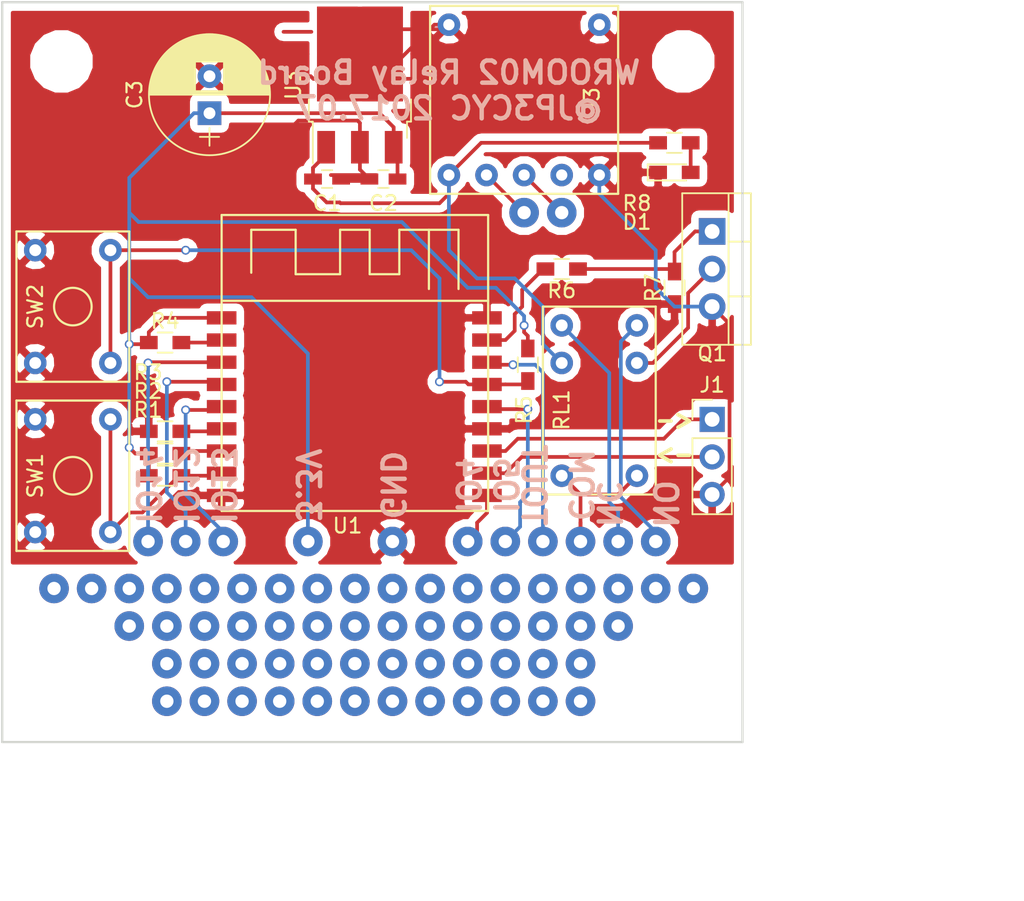
<source format=kicad_pcb>
(kicad_pcb (version 4) (host pcbnew 4.0.6)

  (general
    (links 64)
    (no_connects 0)
    (area 54.442857 93.825 132.85 157.700001)
    (thickness 1.6)
    (drawings 20)
    (tracks 191)
    (zones 0)
    (modules 93)
    (nets 26)
  )

  (page A4)
  (layers
    (0 F.Cu signal)
    (31 B.Cu signal)
    (32 B.Adhes user)
    (33 F.Adhes user)
    (34 B.Paste user)
    (35 F.Paste user)
    (36 B.SilkS user)
    (37 F.SilkS user)
    (38 B.Mask user)
    (39 F.Mask user)
    (40 Dwgs.User user)
    (41 Cmts.User user)
    (42 Eco1.User user)
    (43 Eco2.User user)
    (44 Edge.Cuts user)
    (45 Margin user)
    (46 B.CrtYd user)
    (47 F.CrtYd user)
    (48 B.Fab user)
    (49 F.Fab user)
  )

  (setup
    (last_trace_width 0.25)
    (trace_clearance 0.2)
    (zone_clearance 0.508)
    (zone_45_only no)
    (trace_min 0.2)
    (segment_width 0.2)
    (edge_width 0.15)
    (via_size 0.6)
    (via_drill 0.4)
    (via_min_size 0.4)
    (via_min_drill 0.3)
    (uvia_size 0.3)
    (uvia_drill 0.1)
    (uvias_allowed no)
    (uvia_min_size 0.2)
    (uvia_min_drill 0.1)
    (pcb_text_width 0.3)
    (pcb_text_size 1.5 1.5)
    (mod_edge_width 0.15)
    (mod_text_size 1 1)
    (mod_text_width 0.15)
    (pad_size 3.05 2.75)
    (pad_drill 0)
    (pad_to_mask_clearance 0.2)
    (aux_axis_origin 0 0)
    (visible_elements 7FFFFFFF)
    (pcbplotparams
      (layerselection 0x010f0_80000001)
      (usegerberextensions false)
      (excludeedgelayer true)
      (linewidth 0.100000)
      (plotframeref false)
      (viasonmask false)
      (mode 1)
      (useauxorigin false)
      (hpglpennumber 1)
      (hpglpenspeed 20)
      (hpglpendiameter 15)
      (hpglpenoverlay 2)
      (psnegative false)
      (psa4output false)
      (plotreference true)
      (plotvalue true)
      (plotinvisibletext false)
      (padsonsilk false)
      (subtractmaskfromsilk false)
      (outputformat 1)
      (mirror false)
      (drillshape 0)
      (scaleselection 1)
      (outputdirectory ""))
  )

  (net 0 "")
  (net 1 +5V)
  (net 2 GND)
  (net 3 +3V3)
  (net 4 "Net-(D1-Pad2)")
  (net 5 "Net-(J1-Pad1)")
  (net 6 "Net-(J1-Pad2)")
  (net 7 "Net-(J3-Pad2)")
  (net 8 "Net-(J3-Pad3)")
  (net 9 "Net-(J6-Pad1)")
  (net 10 "Net-(J7-Pad1)")
  (net 11 "Net-(J8-Pad1)")
  (net 12 "Net-(J9-Pad1)")
  (net 13 "Net-(J10-Pad1)")
  (net 14 "Net-(J11-Pad1)")
  (net 15 "Net-(Q1-Pad1)")
  (net 16 "Net-(Q1-Pad2)")
  (net 17 "Net-(R1-Pad2)")
  (net 18 "Net-(R2-Pad2)")
  (net 19 "Net-(R3-Pad1)")
  (net 20 "Net-(R4-Pad2)")
  (net 21 "Net-(R5-Pad2)")
  (net 22 "Net-(R6-Pad2)")
  (net 23 "Net-(J2-Pad1)")
  (net 24 "Net-(J12-Pad1)")
  (net 25 "Net-(J13-Pad1)")

  (net_class Default "これは標準のネット クラスです。"
    (clearance 0.2)
    (trace_width 0.25)
    (via_dia 0.6)
    (via_drill 0.4)
    (uvia_dia 0.3)
    (uvia_drill 0.1)
    (add_net +3V3)
    (add_net +5V)
    (add_net GND)
    (add_net "Net-(D1-Pad2)")
    (add_net "Net-(J1-Pad1)")
    (add_net "Net-(J1-Pad2)")
    (add_net "Net-(J10-Pad1)")
    (add_net "Net-(J11-Pad1)")
    (add_net "Net-(J12-Pad1)")
    (add_net "Net-(J13-Pad1)")
    (add_net "Net-(J2-Pad1)")
    (add_net "Net-(J3-Pad2)")
    (add_net "Net-(J3-Pad3)")
    (add_net "Net-(J6-Pad1)")
    (add_net "Net-(J7-Pad1)")
    (add_net "Net-(J8-Pad1)")
    (add_net "Net-(J9-Pad1)")
    (add_net "Net-(Q1-Pad1)")
    (add_net "Net-(Q1-Pad2)")
    (add_net "Net-(R1-Pad2)")
    (add_net "Net-(R2-Pad2)")
    (add_net "Net-(R3-Pad1)")
    (add_net "Net-(R4-Pad2)")
    (add_net "Net-(R5-Pad2)")
    (add_net "Net-(R6-Pad2)")
  )

  (module pad:universal (layer F.Cu) (tedit 594FBF30) (tstamp 599F5513)
    (at 106.68 134.62)
    (fp_text reference REF** (at 0 2.54) (layer F.SilkS) hide
      (effects (font (size 1 1) (thickness 0.15)))
    )
    (fp_text value "" (at 0 -2.54) (layer F.Fab) hide
      (effects (font (size 1 1) (thickness 0.15)))
    )
    (pad 1 thru_hole circle (at 0 0) (size 2 2) (drill 0.9) (layers *.Cu *.Mask))
  )

  (module pad:universal (layer F.Cu) (tedit 594FBF30) (tstamp 599F5507)
    (at 101.6 137.16)
    (fp_text reference REF** (at 0 2.54) (layer F.SilkS) hide
      (effects (font (size 1 1) (thickness 0.15)))
    )
    (fp_text value "" (at 0 -2.54) (layer F.Fab) hide
      (effects (font (size 1 1) (thickness 0.15)))
    )
    (pad 1 thru_hole circle (at 0 0) (size 2 2) (drill 0.9) (layers *.Cu *.Mask))
  )

  (module pad:universal (layer F.Cu) (tedit 594FBF30) (tstamp 599F54FB)
    (at 104.14 134.62)
    (fp_text reference REF** (at 0 2.54) (layer F.SilkS) hide
      (effects (font (size 1 1) (thickness 0.15)))
    )
    (fp_text value "" (at 0 -2.54) (layer F.Fab) hide
      (effects (font (size 1 1) (thickness 0.15)))
    )
    (pad 1 thru_hole circle (at 0 0) (size 2 2) (drill 0.9) (layers *.Cu *.Mask))
  )

  (module pad:universal (layer F.Cu) (tedit 594FBF30) (tstamp 599F54F7)
    (at 101.6 134.62)
    (fp_text reference REF** (at 0 2.54) (layer F.SilkS) hide
      (effects (font (size 1 1) (thickness 0.15)))
    )
    (fp_text value "" (at 0 -2.54) (layer F.Fab) hide
      (effects (font (size 1 1) (thickness 0.15)))
    )
    (pad 1 thru_hole circle (at 0 0) (size 2 2) (drill 0.9) (layers *.Cu *.Mask))
  )

  (module pad:universal (layer F.Cu) (tedit 594FBF30) (tstamp 599F54F3)
    (at 99.06 142.24)
    (fp_text reference REF** (at 0 2.54) (layer F.SilkS) hide
      (effects (font (size 1 1) (thickness 0.15)))
    )
    (fp_text value "" (at 0 -2.54) (layer F.Fab) hide
      (effects (font (size 1 1) (thickness 0.15)))
    )
    (pad 1 thru_hole circle (at 0 0) (size 2 2) (drill 0.9) (layers *.Cu *.Mask))
  )

  (module pad:universal (layer F.Cu) (tedit 594FBF30) (tstamp 599F54EF)
    (at 99.06 139.7)
    (fp_text reference REF** (at 0 2.54) (layer F.SilkS) hide
      (effects (font (size 1 1) (thickness 0.15)))
    )
    (fp_text value "" (at 0 -2.54) (layer F.Fab) hide
      (effects (font (size 1 1) (thickness 0.15)))
    )
    (pad 1 thru_hole circle (at 0 0) (size 2 2) (drill 0.9) (layers *.Cu *.Mask))
  )

  (module pad:universal (layer F.Cu) (tedit 594FBF30) (tstamp 599F54EB)
    (at 99.06 137.16)
    (fp_text reference REF** (at 0 2.54) (layer F.SilkS) hide
      (effects (font (size 1 1) (thickness 0.15)))
    )
    (fp_text value "" (at 0 -2.54) (layer F.Fab) hide
      (effects (font (size 1 1) (thickness 0.15)))
    )
    (pad 1 thru_hole circle (at 0 0) (size 2 2) (drill 0.9) (layers *.Cu *.Mask))
  )

  (module pad:universal (layer F.Cu) (tedit 594FBF30) (tstamp 599F54E7)
    (at 96.52 137.16)
    (fp_text reference REF** (at 0 2.54) (layer F.SilkS) hide
      (effects (font (size 1 1) (thickness 0.15)))
    )
    (fp_text value "" (at 0 -2.54) (layer F.Fab) hide
      (effects (font (size 1 1) (thickness 0.15)))
    )
    (pad 1 thru_hole circle (at 0 0) (size 2 2) (drill 0.9) (layers *.Cu *.Mask))
  )

  (module pad:universal (layer F.Cu) (tedit 594FBF30) (tstamp 599F54E3)
    (at 96.52 139.7)
    (fp_text reference REF** (at 0 2.54) (layer F.SilkS) hide
      (effects (font (size 1 1) (thickness 0.15)))
    )
    (fp_text value "" (at 0 -2.54) (layer F.Fab) hide
      (effects (font (size 1 1) (thickness 0.15)))
    )
    (pad 1 thru_hole circle (at 0 0) (size 2 2) (drill 0.9) (layers *.Cu *.Mask))
  )

  (module pad:universal (layer F.Cu) (tedit 594FBF30) (tstamp 599F54DF)
    (at 96.52 142.24)
    (fp_text reference REF** (at 0 2.54) (layer F.SilkS) hide
      (effects (font (size 1 1) (thickness 0.15)))
    )
    (fp_text value "" (at 0 -2.54) (layer F.Fab) hide
      (effects (font (size 1 1) (thickness 0.15)))
    )
    (pad 1 thru_hole circle (at 0 0) (size 2 2) (drill 0.9) (layers *.Cu *.Mask))
  )

  (module pad:universal (layer F.Cu) (tedit 594FBF30) (tstamp 599F54DB)
    (at 99.06 134.62)
    (fp_text reference REF** (at 0 2.54) (layer F.SilkS) hide
      (effects (font (size 1 1) (thickness 0.15)))
    )
    (fp_text value "" (at 0 -2.54) (layer F.Fab) hide
      (effects (font (size 1 1) (thickness 0.15)))
    )
    (pad 1 thru_hole circle (at 0 0) (size 2 2) (drill 0.9) (layers *.Cu *.Mask))
  )

  (module pad:universal (layer F.Cu) (tedit 594FBF30) (tstamp 599F54D7)
    (at 96.52 134.62)
    (fp_text reference REF** (at 0 2.54) (layer F.SilkS) hide
      (effects (font (size 1 1) (thickness 0.15)))
    )
    (fp_text value "" (at 0 -2.54) (layer F.Fab) hide
      (effects (font (size 1 1) (thickness 0.15)))
    )
    (pad 1 thru_hole circle (at 0 0) (size 2 2) (drill 0.9) (layers *.Cu *.Mask))
  )

  (module pad:universal (layer F.Cu) (tedit 594FBF30) (tstamp 599F54D3)
    (at 93.98 142.24)
    (fp_text reference REF** (at 0 2.54) (layer F.SilkS) hide
      (effects (font (size 1 1) (thickness 0.15)))
    )
    (fp_text value "" (at 0 -2.54) (layer F.Fab) hide
      (effects (font (size 1 1) (thickness 0.15)))
    )
    (pad 1 thru_hole circle (at 0 0) (size 2 2) (drill 0.9) (layers *.Cu *.Mask))
  )

  (module pad:universal (layer F.Cu) (tedit 594FBF30) (tstamp 599F54CF)
    (at 93.98 139.7)
    (fp_text reference REF** (at 0 2.54) (layer F.SilkS) hide
      (effects (font (size 1 1) (thickness 0.15)))
    )
    (fp_text value "" (at 0 -2.54) (layer F.Fab) hide
      (effects (font (size 1 1) (thickness 0.15)))
    )
    (pad 1 thru_hole circle (at 0 0) (size 2 2) (drill 0.9) (layers *.Cu *.Mask))
  )

  (module pad:universal (layer F.Cu) (tedit 594FBF30) (tstamp 599F54CB)
    (at 93.98 137.16)
    (fp_text reference REF** (at 0 2.54) (layer F.SilkS) hide
      (effects (font (size 1 1) (thickness 0.15)))
    )
    (fp_text value "" (at 0 -2.54) (layer F.Fab) hide
      (effects (font (size 1 1) (thickness 0.15)))
    )
    (pad 1 thru_hole circle (at 0 0) (size 2 2) (drill 0.9) (layers *.Cu *.Mask))
  )

  (module pad:universal (layer F.Cu) (tedit 594FBF30) (tstamp 599F54C7)
    (at 91.44 137.16)
    (fp_text reference REF** (at 0 2.54) (layer F.SilkS) hide
      (effects (font (size 1 1) (thickness 0.15)))
    )
    (fp_text value "" (at 0 -2.54) (layer F.Fab) hide
      (effects (font (size 1 1) (thickness 0.15)))
    )
    (pad 1 thru_hole circle (at 0 0) (size 2 2) (drill 0.9) (layers *.Cu *.Mask))
  )

  (module pad:universal (layer F.Cu) (tedit 594FBF30) (tstamp 599F54C3)
    (at 91.44 139.7)
    (fp_text reference REF** (at 0 2.54) (layer F.SilkS) hide
      (effects (font (size 1 1) (thickness 0.15)))
    )
    (fp_text value "" (at 0 -2.54) (layer F.Fab) hide
      (effects (font (size 1 1) (thickness 0.15)))
    )
    (pad 1 thru_hole circle (at 0 0) (size 2 2) (drill 0.9) (layers *.Cu *.Mask))
  )

  (module pad:universal (layer F.Cu) (tedit 594FBF30) (tstamp 599F54BF)
    (at 91.44 142.24)
    (fp_text reference REF** (at 0 2.54) (layer F.SilkS) hide
      (effects (font (size 1 1) (thickness 0.15)))
    )
    (fp_text value "" (at 0 -2.54) (layer F.Fab) hide
      (effects (font (size 1 1) (thickness 0.15)))
    )
    (pad 1 thru_hole circle (at 0 0) (size 2 2) (drill 0.9) (layers *.Cu *.Mask))
  )

  (module pad:universal (layer F.Cu) (tedit 594FBF30) (tstamp 599F54BB)
    (at 93.98 134.62)
    (fp_text reference REF** (at 0 2.54) (layer F.SilkS) hide
      (effects (font (size 1 1) (thickness 0.15)))
    )
    (fp_text value "" (at 0 -2.54) (layer F.Fab) hide
      (effects (font (size 1 1) (thickness 0.15)))
    )
    (pad 1 thru_hole circle (at 0 0) (size 2 2) (drill 0.9) (layers *.Cu *.Mask))
  )

  (module pad:universal (layer F.Cu) (tedit 594FBF30) (tstamp 599F54B7)
    (at 91.44 134.62)
    (fp_text reference REF** (at 0 2.54) (layer F.SilkS) hide
      (effects (font (size 1 1) (thickness 0.15)))
    )
    (fp_text value "" (at 0 -2.54) (layer F.Fab) hide
      (effects (font (size 1 1) (thickness 0.15)))
    )
    (pad 1 thru_hole circle (at 0 0) (size 2 2) (drill 0.9) (layers *.Cu *.Mask))
  )

  (module pad:universal (layer F.Cu) (tedit 594FBF30) (tstamp 599F54B3)
    (at 88.9 142.24)
    (fp_text reference REF** (at 0 2.54) (layer F.SilkS) hide
      (effects (font (size 1 1) (thickness 0.15)))
    )
    (fp_text value "" (at 0 -2.54) (layer F.Fab) hide
      (effects (font (size 1 1) (thickness 0.15)))
    )
    (pad 1 thru_hole circle (at 0 0) (size 2 2) (drill 0.9) (layers *.Cu *.Mask))
  )

  (module pad:universal (layer F.Cu) (tedit 594FBF30) (tstamp 599F54AF)
    (at 88.9 139.7)
    (fp_text reference REF** (at 0 2.54) (layer F.SilkS) hide
      (effects (font (size 1 1) (thickness 0.15)))
    )
    (fp_text value "" (at 0 -2.54) (layer F.Fab) hide
      (effects (font (size 1 1) (thickness 0.15)))
    )
    (pad 1 thru_hole circle (at 0 0) (size 2 2) (drill 0.9) (layers *.Cu *.Mask))
  )

  (module pad:universal (layer F.Cu) (tedit 594FBF30) (tstamp 599F54AB)
    (at 88.9 137.16)
    (fp_text reference REF** (at 0 2.54) (layer F.SilkS) hide
      (effects (font (size 1 1) (thickness 0.15)))
    )
    (fp_text value "" (at 0 -2.54) (layer F.Fab) hide
      (effects (font (size 1 1) (thickness 0.15)))
    )
    (pad 1 thru_hole circle (at 0 0) (size 2 2) (drill 0.9) (layers *.Cu *.Mask))
  )

  (module pad:universal (layer F.Cu) (tedit 594FBF30) (tstamp 599F54A7)
    (at 86.36 137.16)
    (fp_text reference REF** (at 0 2.54) (layer F.SilkS) hide
      (effects (font (size 1 1) (thickness 0.15)))
    )
    (fp_text value "" (at 0 -2.54) (layer F.Fab) hide
      (effects (font (size 1 1) (thickness 0.15)))
    )
    (pad 1 thru_hole circle (at 0 0) (size 2 2) (drill 0.9) (layers *.Cu *.Mask))
  )

  (module pad:universal (layer F.Cu) (tedit 594FBF30) (tstamp 599F54A3)
    (at 86.36 139.7)
    (fp_text reference REF** (at 0 2.54) (layer F.SilkS) hide
      (effects (font (size 1 1) (thickness 0.15)))
    )
    (fp_text value "" (at 0 -2.54) (layer F.Fab) hide
      (effects (font (size 1 1) (thickness 0.15)))
    )
    (pad 1 thru_hole circle (at 0 0) (size 2 2) (drill 0.9) (layers *.Cu *.Mask))
  )

  (module pad:universal (layer F.Cu) (tedit 594FBF30) (tstamp 599F549F)
    (at 86.36 142.24)
    (fp_text reference REF** (at 0 2.54) (layer F.SilkS) hide
      (effects (font (size 1 1) (thickness 0.15)))
    )
    (fp_text value "" (at 0 -2.54) (layer F.Fab) hide
      (effects (font (size 1 1) (thickness 0.15)))
    )
    (pad 1 thru_hole circle (at 0 0) (size 2 2) (drill 0.9) (layers *.Cu *.Mask))
  )

  (module pad:universal (layer F.Cu) (tedit 594FBF30) (tstamp 599F549B)
    (at 88.9 134.62)
    (fp_text reference REF** (at 0 2.54) (layer F.SilkS) hide
      (effects (font (size 1 1) (thickness 0.15)))
    )
    (fp_text value "" (at 0 -2.54) (layer F.Fab) hide
      (effects (font (size 1 1) (thickness 0.15)))
    )
    (pad 1 thru_hole circle (at 0 0) (size 2 2) (drill 0.9) (layers *.Cu *.Mask))
  )

  (module pad:universal (layer F.Cu) (tedit 594FBF30) (tstamp 599F5497)
    (at 86.36 134.62)
    (fp_text reference REF** (at 0 2.54) (layer F.SilkS) hide
      (effects (font (size 1 1) (thickness 0.15)))
    )
    (fp_text value "" (at 0 -2.54) (layer F.Fab) hide
      (effects (font (size 1 1) (thickness 0.15)))
    )
    (pad 1 thru_hole circle (at 0 0) (size 2 2) (drill 0.9) (layers *.Cu *.Mask))
  )

  (module pad:universal (layer F.Cu) (tedit 594FBF30) (tstamp 599F5493)
    (at 83.82 142.24)
    (fp_text reference REF** (at 0 2.54) (layer F.SilkS) hide
      (effects (font (size 1 1) (thickness 0.15)))
    )
    (fp_text value "" (at 0 -2.54) (layer F.Fab) hide
      (effects (font (size 1 1) (thickness 0.15)))
    )
    (pad 1 thru_hole circle (at 0 0) (size 2 2) (drill 0.9) (layers *.Cu *.Mask))
  )

  (module pad:universal (layer F.Cu) (tedit 594FBF30) (tstamp 599F548F)
    (at 83.82 139.7)
    (fp_text reference REF** (at 0 2.54) (layer F.SilkS) hide
      (effects (font (size 1 1) (thickness 0.15)))
    )
    (fp_text value "" (at 0 -2.54) (layer F.Fab) hide
      (effects (font (size 1 1) (thickness 0.15)))
    )
    (pad 1 thru_hole circle (at 0 0) (size 2 2) (drill 0.9) (layers *.Cu *.Mask))
  )

  (module pad:universal (layer F.Cu) (tedit 594FBF30) (tstamp 599F548B)
    (at 83.82 137.16)
    (fp_text reference REF** (at 0 2.54) (layer F.SilkS) hide
      (effects (font (size 1 1) (thickness 0.15)))
    )
    (fp_text value "" (at 0 -2.54) (layer F.Fab) hide
      (effects (font (size 1 1) (thickness 0.15)))
    )
    (pad 1 thru_hole circle (at 0 0) (size 2 2) (drill 0.9) (layers *.Cu *.Mask))
  )

  (module pad:universal (layer F.Cu) (tedit 594FBF30) (tstamp 599F5487)
    (at 81.28 137.16)
    (fp_text reference REF** (at 0 2.54) (layer F.SilkS) hide
      (effects (font (size 1 1) (thickness 0.15)))
    )
    (fp_text value "" (at 0 -2.54) (layer F.Fab) hide
      (effects (font (size 1 1) (thickness 0.15)))
    )
    (pad 1 thru_hole circle (at 0 0) (size 2 2) (drill 0.9) (layers *.Cu *.Mask))
  )

  (module pad:universal (layer F.Cu) (tedit 594FBF30) (tstamp 599F5483)
    (at 81.28 139.7)
    (fp_text reference REF** (at 0 2.54) (layer F.SilkS) hide
      (effects (font (size 1 1) (thickness 0.15)))
    )
    (fp_text value "" (at 0 -2.54) (layer F.Fab) hide
      (effects (font (size 1 1) (thickness 0.15)))
    )
    (pad 1 thru_hole circle (at 0 0) (size 2 2) (drill 0.9) (layers *.Cu *.Mask))
  )

  (module pad:universal (layer F.Cu) (tedit 594FBF30) (tstamp 599F547F)
    (at 81.28 142.24)
    (fp_text reference REF** (at 0 2.54) (layer F.SilkS) hide
      (effects (font (size 1 1) (thickness 0.15)))
    )
    (fp_text value "" (at 0 -2.54) (layer F.Fab) hide
      (effects (font (size 1 1) (thickness 0.15)))
    )
    (pad 1 thru_hole circle (at 0 0) (size 2 2) (drill 0.9) (layers *.Cu *.Mask))
  )

  (module pad:universal (layer F.Cu) (tedit 594FBF30) (tstamp 599F547B)
    (at 83.82 134.62)
    (fp_text reference REF** (at 0 2.54) (layer F.SilkS) hide
      (effects (font (size 1 1) (thickness 0.15)))
    )
    (fp_text value "" (at 0 -2.54) (layer F.Fab) hide
      (effects (font (size 1 1) (thickness 0.15)))
    )
    (pad 1 thru_hole circle (at 0 0) (size 2 2) (drill 0.9) (layers *.Cu *.Mask))
  )

  (module pad:universal (layer F.Cu) (tedit 594FBF30) (tstamp 599F5477)
    (at 81.28 134.62)
    (fp_text reference REF** (at 0 2.54) (layer F.SilkS) hide
      (effects (font (size 1 1) (thickness 0.15)))
    )
    (fp_text value "" (at 0 -2.54) (layer F.Fab) hide
      (effects (font (size 1 1) (thickness 0.15)))
    )
    (pad 1 thru_hole circle (at 0 0) (size 2 2) (drill 0.9) (layers *.Cu *.Mask))
  )

  (module pad:universal (layer F.Cu) (tedit 594FBF30) (tstamp 599F5473)
    (at 78.74 142.24)
    (fp_text reference REF** (at 0 2.54) (layer F.SilkS) hide
      (effects (font (size 1 1) (thickness 0.15)))
    )
    (fp_text value "" (at 0 -2.54) (layer F.Fab) hide
      (effects (font (size 1 1) (thickness 0.15)))
    )
    (pad 1 thru_hole circle (at 0 0) (size 2 2) (drill 0.9) (layers *.Cu *.Mask))
  )

  (module pad:universal (layer F.Cu) (tedit 594FBF30) (tstamp 599F546F)
    (at 78.74 139.7)
    (fp_text reference REF** (at 0 2.54) (layer F.SilkS) hide
      (effects (font (size 1 1) (thickness 0.15)))
    )
    (fp_text value "" (at 0 -2.54) (layer F.Fab) hide
      (effects (font (size 1 1) (thickness 0.15)))
    )
    (pad 1 thru_hole circle (at 0 0) (size 2 2) (drill 0.9) (layers *.Cu *.Mask))
  )

  (module pad:universal (layer F.Cu) (tedit 594FBF30) (tstamp 599F546B)
    (at 78.74 137.16)
    (fp_text reference REF** (at 0 2.54) (layer F.SilkS) hide
      (effects (font (size 1 1) (thickness 0.15)))
    )
    (fp_text value "" (at 0 -2.54) (layer F.Fab) hide
      (effects (font (size 1 1) (thickness 0.15)))
    )
    (pad 1 thru_hole circle (at 0 0) (size 2 2) (drill 0.9) (layers *.Cu *.Mask))
  )

  (module pad:universal (layer F.Cu) (tedit 594FBF30) (tstamp 599F5467)
    (at 76.2 137.16)
    (fp_text reference REF** (at 0 2.54) (layer F.SilkS) hide
      (effects (font (size 1 1) (thickness 0.15)))
    )
    (fp_text value "" (at 0 -2.54) (layer F.Fab) hide
      (effects (font (size 1 1) (thickness 0.15)))
    )
    (pad 1 thru_hole circle (at 0 0) (size 2 2) (drill 0.9) (layers *.Cu *.Mask))
  )

  (module pad:universal (layer F.Cu) (tedit 594FBF30) (tstamp 599F5463)
    (at 76.2 139.7)
    (fp_text reference REF** (at 0 2.54) (layer F.SilkS) hide
      (effects (font (size 1 1) (thickness 0.15)))
    )
    (fp_text value "" (at 0 -2.54) (layer F.Fab) hide
      (effects (font (size 1 1) (thickness 0.15)))
    )
    (pad 1 thru_hole circle (at 0 0) (size 2 2) (drill 0.9) (layers *.Cu *.Mask))
  )

  (module pad:universal (layer F.Cu) (tedit 594FBF30) (tstamp 599F545F)
    (at 76.2 142.24)
    (fp_text reference REF** (at 0 2.54) (layer F.SilkS) hide
      (effects (font (size 1 1) (thickness 0.15)))
    )
    (fp_text value "" (at 0 -2.54) (layer F.Fab) hide
      (effects (font (size 1 1) (thickness 0.15)))
    )
    (pad 1 thru_hole circle (at 0 0) (size 2 2) (drill 0.9) (layers *.Cu *.Mask))
  )

  (module pad:universal (layer F.Cu) (tedit 594FBF30) (tstamp 599F545B)
    (at 78.74 134.62)
    (fp_text reference REF** (at 0 2.54) (layer F.SilkS) hide
      (effects (font (size 1 1) (thickness 0.15)))
    )
    (fp_text value "" (at 0 -2.54) (layer F.Fab) hide
      (effects (font (size 1 1) (thickness 0.15)))
    )
    (pad 1 thru_hole circle (at 0 0) (size 2 2) (drill 0.9) (layers *.Cu *.Mask))
  )

  (module pad:universal (layer F.Cu) (tedit 594FBF30) (tstamp 599F5457)
    (at 76.2 134.62)
    (fp_text reference REF** (at 0 2.54) (layer F.SilkS) hide
      (effects (font (size 1 1) (thickness 0.15)))
    )
    (fp_text value "" (at 0 -2.54) (layer F.Fab) hide
      (effects (font (size 1 1) (thickness 0.15)))
    )
    (pad 1 thru_hole circle (at 0 0) (size 2 2) (drill 0.9) (layers *.Cu *.Mask))
  )

  (module pad:universal (layer F.Cu) (tedit 594FBF30) (tstamp 599F544E)
    (at 73.66 142.24)
    (fp_text reference REF** (at 0 2.54) (layer F.SilkS) hide
      (effects (font (size 1 1) (thickness 0.15)))
    )
    (fp_text value "" (at 0 -2.54) (layer F.Fab) hide
      (effects (font (size 1 1) (thickness 0.15)))
    )
    (pad 1 thru_hole circle (at 0 0) (size 2 2) (drill 0.9) (layers *.Cu *.Mask))
  )

  (module pad:universal (layer F.Cu) (tedit 594FBF30) (tstamp 599F544A)
    (at 73.66 139.7)
    (fp_text reference REF** (at 0 2.54) (layer F.SilkS) hide
      (effects (font (size 1 1) (thickness 0.15)))
    )
    (fp_text value "" (at 0 -2.54) (layer F.Fab) hide
      (effects (font (size 1 1) (thickness 0.15)))
    )
    (pad 1 thru_hole circle (at 0 0) (size 2 2) (drill 0.9) (layers *.Cu *.Mask))
  )

  (module pad:universal (layer F.Cu) (tedit 594FBF30) (tstamp 599F5446)
    (at 73.66 137.16)
    (fp_text reference REF** (at 0 2.54) (layer F.SilkS) hide
      (effects (font (size 1 1) (thickness 0.15)))
    )
    (fp_text value "" (at 0 -2.54) (layer F.Fab) hide
      (effects (font (size 1 1) (thickness 0.15)))
    )
    (pad 1 thru_hole circle (at 0 0) (size 2 2) (drill 0.9) (layers *.Cu *.Mask))
  )

  (module pad:universal (layer F.Cu) (tedit 594FBF30) (tstamp 599F5442)
    (at 73.66 134.62)
    (fp_text reference REF** (at 0 2.54) (layer F.SilkS) hide
      (effects (font (size 1 1) (thickness 0.15)))
    )
    (fp_text value "" (at 0 -2.54) (layer F.Fab) hide
      (effects (font (size 1 1) (thickness 0.15)))
    )
    (pad 1 thru_hole circle (at 0 0) (size 2 2) (drill 0.9) (layers *.Cu *.Mask))
  )

  (module pad:universal (layer F.Cu) (tedit 594FBF30) (tstamp 599F543E)
    (at 63.5 134.62)
    (fp_text reference REF** (at 0 2.54) (layer F.SilkS) hide
      (effects (font (size 1 1) (thickness 0.15)))
    )
    (fp_text value "" (at 0 -2.54) (layer F.Fab) hide
      (effects (font (size 1 1) (thickness 0.15)))
    )
    (pad 1 thru_hole circle (at 0 0) (size 2 2) (drill 0.9) (layers *.Cu *.Mask))
  )

  (module pad:universal (layer F.Cu) (tedit 594FBF30) (tstamp 599F543A)
    (at 66.04 134.62)
    (fp_text reference REF** (at 0 2.54) (layer F.SilkS) hide
      (effects (font (size 1 1) (thickness 0.15)))
    )
    (fp_text value "" (at 0 -2.54) (layer F.Fab) hide
      (effects (font (size 1 1) (thickness 0.15)))
    )
    (pad 1 thru_hole circle (at 0 0) (size 2 2) (drill 0.9) (layers *.Cu *.Mask))
  )

  (module pad:universal (layer F.Cu) (tedit 594FBF30) (tstamp 599F5436)
    (at 68.58 137.16)
    (fp_text reference REF** (at 0 2.54) (layer F.SilkS) hide
      (effects (font (size 1 1) (thickness 0.15)))
    )
    (fp_text value "" (at 0 -2.54) (layer F.Fab) hide
      (effects (font (size 1 1) (thickness 0.15)))
    )
    (pad 1 thru_hole circle (at 0 0) (size 2 2) (drill 0.9) (layers *.Cu *.Mask))
  )

  (module pad:universal (layer F.Cu) (tedit 594FBF30) (tstamp 599F5432)
    (at 68.58 134.62)
    (fp_text reference REF** (at 0 2.54) (layer F.SilkS) hide
      (effects (font (size 1 1) (thickness 0.15)))
    )
    (fp_text value "" (at 0 -2.54) (layer F.Fab) hide
      (effects (font (size 1 1) (thickness 0.15)))
    )
    (pad 1 thru_hole circle (at 0 0) (size 2 2) (drill 0.9) (layers *.Cu *.Mask))
  )

  (module pad:universal (layer F.Cu) (tedit 594FBF30) (tstamp 599F542E)
    (at 71.12 134.62)
    (fp_text reference REF** (at 0 2.54) (layer F.SilkS) hide
      (effects (font (size 1 1) (thickness 0.15)))
    )
    (fp_text value "" (at 0 -2.54) (layer F.Fab) hide
      (effects (font (size 1 1) (thickness 0.15)))
    )
    (pad 1 thru_hole circle (at 0 0) (size 2 2) (drill 0.9) (layers *.Cu *.Mask))
  )

  (module pad:universal (layer F.Cu) (tedit 594FBF30) (tstamp 599F542A)
    (at 71.12 137.16)
    (fp_text reference REF** (at 0 2.54) (layer F.SilkS) hide
      (effects (font (size 1 1) (thickness 0.15)))
    )
    (fp_text value "" (at 0 -2.54) (layer F.Fab) hide
      (effects (font (size 1 1) (thickness 0.15)))
    )
    (pad 1 thru_hole circle (at 0 0) (size 2 2) (drill 0.9) (layers *.Cu *.Mask))
  )

  (module pad:universal (layer F.Cu) (tedit 594FBF30) (tstamp 599F5426)
    (at 71.12 139.7)
    (fp_text reference REF** (at 0 2.54) (layer F.SilkS) hide
      (effects (font (size 1 1) (thickness 0.15)))
    )
    (fp_text value "" (at 0 -2.54) (layer F.Fab) hide
      (effects (font (size 1 1) (thickness 0.15)))
    )
    (pad 1 thru_hole circle (at 0 0) (size 2 2) (drill 0.9) (layers *.Cu *.Mask))
  )

  (module Mounting_Holes:MountingHole_3.2mm_M3 (layer F.Cu) (tedit 59761725) (tstamp 598ED5C8)
    (at 106 141 180)
    (descr "Mounting Hole 3.2mm, no annular, M3")
    (tags "mounting hole 3.2mm no annular m3")
    (fp_text reference REF** (at 0 -4.2 180) (layer F.SilkS) hide
      (effects (font (size 1 1) (thickness 0.15)))
    )
    (fp_text value MountingHole_3.2mm_M3 (at 0 4.2 180) (layer F.Fab) hide
      (effects (font (size 1 1) (thickness 0.15)))
    )
    (fp_circle (center 0 0) (end 3.2 0) (layer Cmts.User) (width 0.15))
    (fp_circle (center 0 0) (end 3.45 0) (layer F.CrtYd) (width 0.05))
    (pad 1 np_thru_hole circle (at 0 0 180) (size 3.2 3.2) (drill 3.2) (layers *.Cu *.Mask))
  )

  (module Mounting_Holes:MountingHole_3.2mm_M3 (layer F.Cu) (tedit 59761723) (tstamp 598ED5C2)
    (at 64 141 180)
    (descr "Mounting Hole 3.2mm, no annular, M3")
    (tags "mounting hole 3.2mm no annular m3")
    (fp_text reference REF** (at 0 -4.2 180) (layer F.SilkS) hide
      (effects (font (size 1 1) (thickness 0.15)))
    )
    (fp_text value MountingHole_3.2mm_M3 (at 0 4.2 180) (layer F.Fab) hide
      (effects (font (size 1 1) (thickness 0.15)))
    )
    (fp_circle (center 0 0) (end 3.2 0) (layer Cmts.User) (width 0.15))
    (fp_circle (center 0 0) (end 3.45 0) (layer F.CrtYd) (width 0.05))
    (pad 1 np_thru_hole circle (at 0 0 180) (size 3.2 3.2) (drill 3.2) (layers *.Cu *.Mask))
  )

  (module Mounting_Holes:MountingHole_3.2mm_M3 (layer F.Cu) (tedit 59761720) (tstamp 598ED5BC)
    (at 64 99 180)
    (descr "Mounting Hole 3.2mm, no annular, M3")
    (tags "mounting hole 3.2mm no annular m3")
    (fp_text reference REF** (at 0 -4.2 180) (layer F.SilkS) hide
      (effects (font (size 1 1) (thickness 0.15)))
    )
    (fp_text value MountingHole_3.2mm_M3 (at 0 4.2 180) (layer F.Fab) hide
      (effects (font (size 1 1) (thickness 0.15)))
    )
    (fp_circle (center 0 0) (end 3.2 0) (layer Cmts.User) (width 0.15))
    (fp_circle (center 0 0) (end 3.45 0) (layer F.CrtYd) (width 0.05))
    (pad 1 np_thru_hole circle (at 0 0 180) (size 3.2 3.2) (drill 3.2) (layers *.Cu *.Mask))
  )

  (module Capacitors_SMD:C_0603_HandSoldering (layer F.Cu) (tedit 58AA848B) (tstamp 59760CB4)
    (at 81.94 106.95)
    (descr "Capacitor SMD 0603, hand soldering")
    (tags "capacitor 0603")
    (path /59769A9A)
    (attr smd)
    (fp_text reference C1 (at 0 1.635) (layer F.SilkS)
      (effects (font (size 1 1) (thickness 0.15)))
    )
    (fp_text value 0.1u (at 0 1.5) (layer F.Fab)
      (effects (font (size 1 1) (thickness 0.15)))
    )
    (fp_text user %R (at 0 -1.25) (layer F.Fab)
      (effects (font (size 1 1) (thickness 0.15)))
    )
    (fp_line (start -0.8 0.4) (end -0.8 -0.4) (layer F.Fab) (width 0.1))
    (fp_line (start 0.8 0.4) (end -0.8 0.4) (layer F.Fab) (width 0.1))
    (fp_line (start 0.8 -0.4) (end 0.8 0.4) (layer F.Fab) (width 0.1))
    (fp_line (start -0.8 -0.4) (end 0.8 -0.4) (layer F.Fab) (width 0.1))
    (fp_line (start -0.35 -0.6) (end 0.35 -0.6) (layer F.SilkS) (width 0.12))
    (fp_line (start 0.35 0.6) (end -0.35 0.6) (layer F.SilkS) (width 0.12))
    (fp_line (start -1.8 -0.65) (end 1.8 -0.65) (layer F.CrtYd) (width 0.05))
    (fp_line (start -1.8 -0.65) (end -1.8 0.65) (layer F.CrtYd) (width 0.05))
    (fp_line (start 1.8 0.65) (end 1.8 -0.65) (layer F.CrtYd) (width 0.05))
    (fp_line (start 1.8 0.65) (end -1.8 0.65) (layer F.CrtYd) (width 0.05))
    (pad 1 smd rect (at -0.95 0) (size 1.2 0.75) (layers F.Cu F.Paste F.Mask)
      (net 1 +5V))
    (pad 2 smd rect (at 0.95 0) (size 1.2 0.75) (layers F.Cu F.Paste F.Mask)
      (net 2 GND))
    (model Capacitors_SMD.3dshapes/C_0603.wrl
      (at (xyz 0 0 0))
      (scale (xyz 1 1 1))
      (rotate (xyz 0 0 0))
    )
  )

  (module Capacitors_SMD:C_0603_HandSoldering (layer F.Cu) (tedit 58AA848B) (tstamp 59760CBA)
    (at 85.75 106.95 180)
    (descr "Capacitor SMD 0603, hand soldering")
    (tags "capacitor 0603")
    (path /59769B49)
    (attr smd)
    (fp_text reference C2 (at 0 -1.635 180) (layer F.SilkS)
      (effects (font (size 1 1) (thickness 0.15)))
    )
    (fp_text value 0.1u (at 0 1.5 180) (layer F.Fab)
      (effects (font (size 1 1) (thickness 0.15)))
    )
    (fp_text user %R (at 0 -1.25 180) (layer F.Fab)
      (effects (font (size 1 1) (thickness 0.15)))
    )
    (fp_line (start -0.8 0.4) (end -0.8 -0.4) (layer F.Fab) (width 0.1))
    (fp_line (start 0.8 0.4) (end -0.8 0.4) (layer F.Fab) (width 0.1))
    (fp_line (start 0.8 -0.4) (end 0.8 0.4) (layer F.Fab) (width 0.1))
    (fp_line (start -0.8 -0.4) (end 0.8 -0.4) (layer F.Fab) (width 0.1))
    (fp_line (start -0.35 -0.6) (end 0.35 -0.6) (layer F.SilkS) (width 0.12))
    (fp_line (start 0.35 0.6) (end -0.35 0.6) (layer F.SilkS) (width 0.12))
    (fp_line (start -1.8 -0.65) (end 1.8 -0.65) (layer F.CrtYd) (width 0.05))
    (fp_line (start -1.8 -0.65) (end -1.8 0.65) (layer F.CrtYd) (width 0.05))
    (fp_line (start 1.8 0.65) (end 1.8 -0.65) (layer F.CrtYd) (width 0.05))
    (fp_line (start 1.8 0.65) (end -1.8 0.65) (layer F.CrtYd) (width 0.05))
    (pad 1 smd rect (at -0.95 0 180) (size 1.2 0.75) (layers F.Cu F.Paste F.Mask)
      (net 3 +3V3))
    (pad 2 smd rect (at 0.95 0 180) (size 1.2 0.75) (layers F.Cu F.Paste F.Mask)
      (net 2 GND))
    (model Capacitors_SMD.3dshapes/C_0603.wrl
      (at (xyz 0 0 0))
      (scale (xyz 1 1 1))
      (rotate (xyz 0 0 0))
    )
  )

  (module Capacitors_THT:CP_Radial_D8.0mm_P2.50mm (layer F.Cu) (tedit 5920C257) (tstamp 59760CC0)
    (at 74 102.5 90)
    (descr "CP, Radial series, Radial, pin pitch=2.50mm, , diameter=8mm, Electrolytic Capacitor")
    (tags "CP Radial series Radial pin pitch 2.50mm  diameter 8mm Electrolytic Capacitor")
    (path /59769BF4)
    (fp_text reference C3 (at 1.25 -5.06 90) (layer F.SilkS)
      (effects (font (size 1 1) (thickness 0.15)))
    )
    (fp_text value CP (at 1.25 5.06 90) (layer F.Fab)
      (effects (font (size 1 1) (thickness 0.15)))
    )
    (fp_text user %R (at 1.25 0 90) (layer F.Fab)
      (effects (font (size 1 1) (thickness 0.15)))
    )
    (fp_line (start -2.2 0) (end -1 0) (layer F.Fab) (width 0.1))
    (fp_line (start -1.6 -0.65) (end -1.6 0.65) (layer F.Fab) (width 0.1))
    (fp_line (start 1.25 -4.05) (end 1.25 4.05) (layer F.SilkS) (width 0.12))
    (fp_line (start 1.29 -4.05) (end 1.29 4.05) (layer F.SilkS) (width 0.12))
    (fp_line (start 1.33 -4.05) (end 1.33 4.05) (layer F.SilkS) (width 0.12))
    (fp_line (start 1.37 -4.049) (end 1.37 4.049) (layer F.SilkS) (width 0.12))
    (fp_line (start 1.41 -4.047) (end 1.41 4.047) (layer F.SilkS) (width 0.12))
    (fp_line (start 1.45 -4.046) (end 1.45 4.046) (layer F.SilkS) (width 0.12))
    (fp_line (start 1.49 -4.043) (end 1.49 4.043) (layer F.SilkS) (width 0.12))
    (fp_line (start 1.53 -4.041) (end 1.53 -0.98) (layer F.SilkS) (width 0.12))
    (fp_line (start 1.53 0.98) (end 1.53 4.041) (layer F.SilkS) (width 0.12))
    (fp_line (start 1.57 -4.038) (end 1.57 -0.98) (layer F.SilkS) (width 0.12))
    (fp_line (start 1.57 0.98) (end 1.57 4.038) (layer F.SilkS) (width 0.12))
    (fp_line (start 1.61 -4.035) (end 1.61 -0.98) (layer F.SilkS) (width 0.12))
    (fp_line (start 1.61 0.98) (end 1.61 4.035) (layer F.SilkS) (width 0.12))
    (fp_line (start 1.65 -4.031) (end 1.65 -0.98) (layer F.SilkS) (width 0.12))
    (fp_line (start 1.65 0.98) (end 1.65 4.031) (layer F.SilkS) (width 0.12))
    (fp_line (start 1.69 -4.027) (end 1.69 -0.98) (layer F.SilkS) (width 0.12))
    (fp_line (start 1.69 0.98) (end 1.69 4.027) (layer F.SilkS) (width 0.12))
    (fp_line (start 1.73 -4.022) (end 1.73 -0.98) (layer F.SilkS) (width 0.12))
    (fp_line (start 1.73 0.98) (end 1.73 4.022) (layer F.SilkS) (width 0.12))
    (fp_line (start 1.77 -4.017) (end 1.77 -0.98) (layer F.SilkS) (width 0.12))
    (fp_line (start 1.77 0.98) (end 1.77 4.017) (layer F.SilkS) (width 0.12))
    (fp_line (start 1.81 -4.012) (end 1.81 -0.98) (layer F.SilkS) (width 0.12))
    (fp_line (start 1.81 0.98) (end 1.81 4.012) (layer F.SilkS) (width 0.12))
    (fp_line (start 1.85 -4.006) (end 1.85 -0.98) (layer F.SilkS) (width 0.12))
    (fp_line (start 1.85 0.98) (end 1.85 4.006) (layer F.SilkS) (width 0.12))
    (fp_line (start 1.89 -4) (end 1.89 -0.98) (layer F.SilkS) (width 0.12))
    (fp_line (start 1.89 0.98) (end 1.89 4) (layer F.SilkS) (width 0.12))
    (fp_line (start 1.93 -3.994) (end 1.93 -0.98) (layer F.SilkS) (width 0.12))
    (fp_line (start 1.93 0.98) (end 1.93 3.994) (layer F.SilkS) (width 0.12))
    (fp_line (start 1.971 -3.987) (end 1.971 -0.98) (layer F.SilkS) (width 0.12))
    (fp_line (start 1.971 0.98) (end 1.971 3.987) (layer F.SilkS) (width 0.12))
    (fp_line (start 2.011 -3.979) (end 2.011 -0.98) (layer F.SilkS) (width 0.12))
    (fp_line (start 2.011 0.98) (end 2.011 3.979) (layer F.SilkS) (width 0.12))
    (fp_line (start 2.051 -3.971) (end 2.051 -0.98) (layer F.SilkS) (width 0.12))
    (fp_line (start 2.051 0.98) (end 2.051 3.971) (layer F.SilkS) (width 0.12))
    (fp_line (start 2.091 -3.963) (end 2.091 -0.98) (layer F.SilkS) (width 0.12))
    (fp_line (start 2.091 0.98) (end 2.091 3.963) (layer F.SilkS) (width 0.12))
    (fp_line (start 2.131 -3.955) (end 2.131 -0.98) (layer F.SilkS) (width 0.12))
    (fp_line (start 2.131 0.98) (end 2.131 3.955) (layer F.SilkS) (width 0.12))
    (fp_line (start 2.171 -3.946) (end 2.171 -0.98) (layer F.SilkS) (width 0.12))
    (fp_line (start 2.171 0.98) (end 2.171 3.946) (layer F.SilkS) (width 0.12))
    (fp_line (start 2.211 -3.936) (end 2.211 -0.98) (layer F.SilkS) (width 0.12))
    (fp_line (start 2.211 0.98) (end 2.211 3.936) (layer F.SilkS) (width 0.12))
    (fp_line (start 2.251 -3.926) (end 2.251 -0.98) (layer F.SilkS) (width 0.12))
    (fp_line (start 2.251 0.98) (end 2.251 3.926) (layer F.SilkS) (width 0.12))
    (fp_line (start 2.291 -3.916) (end 2.291 -0.98) (layer F.SilkS) (width 0.12))
    (fp_line (start 2.291 0.98) (end 2.291 3.916) (layer F.SilkS) (width 0.12))
    (fp_line (start 2.331 -3.905) (end 2.331 -0.98) (layer F.SilkS) (width 0.12))
    (fp_line (start 2.331 0.98) (end 2.331 3.905) (layer F.SilkS) (width 0.12))
    (fp_line (start 2.371 -3.894) (end 2.371 -0.98) (layer F.SilkS) (width 0.12))
    (fp_line (start 2.371 0.98) (end 2.371 3.894) (layer F.SilkS) (width 0.12))
    (fp_line (start 2.411 -3.883) (end 2.411 -0.98) (layer F.SilkS) (width 0.12))
    (fp_line (start 2.411 0.98) (end 2.411 3.883) (layer F.SilkS) (width 0.12))
    (fp_line (start 2.451 -3.87) (end 2.451 -0.98) (layer F.SilkS) (width 0.12))
    (fp_line (start 2.451 0.98) (end 2.451 3.87) (layer F.SilkS) (width 0.12))
    (fp_line (start 2.491 -3.858) (end 2.491 -0.98) (layer F.SilkS) (width 0.12))
    (fp_line (start 2.491 0.98) (end 2.491 3.858) (layer F.SilkS) (width 0.12))
    (fp_line (start 2.531 -3.845) (end 2.531 -0.98) (layer F.SilkS) (width 0.12))
    (fp_line (start 2.531 0.98) (end 2.531 3.845) (layer F.SilkS) (width 0.12))
    (fp_line (start 2.571 -3.832) (end 2.571 -0.98) (layer F.SilkS) (width 0.12))
    (fp_line (start 2.571 0.98) (end 2.571 3.832) (layer F.SilkS) (width 0.12))
    (fp_line (start 2.611 -3.818) (end 2.611 -0.98) (layer F.SilkS) (width 0.12))
    (fp_line (start 2.611 0.98) (end 2.611 3.818) (layer F.SilkS) (width 0.12))
    (fp_line (start 2.651 -3.803) (end 2.651 -0.98) (layer F.SilkS) (width 0.12))
    (fp_line (start 2.651 0.98) (end 2.651 3.803) (layer F.SilkS) (width 0.12))
    (fp_line (start 2.691 -3.789) (end 2.691 -0.98) (layer F.SilkS) (width 0.12))
    (fp_line (start 2.691 0.98) (end 2.691 3.789) (layer F.SilkS) (width 0.12))
    (fp_line (start 2.731 -3.773) (end 2.731 -0.98) (layer F.SilkS) (width 0.12))
    (fp_line (start 2.731 0.98) (end 2.731 3.773) (layer F.SilkS) (width 0.12))
    (fp_line (start 2.771 -3.758) (end 2.771 -0.98) (layer F.SilkS) (width 0.12))
    (fp_line (start 2.771 0.98) (end 2.771 3.758) (layer F.SilkS) (width 0.12))
    (fp_line (start 2.811 -3.741) (end 2.811 -0.98) (layer F.SilkS) (width 0.12))
    (fp_line (start 2.811 0.98) (end 2.811 3.741) (layer F.SilkS) (width 0.12))
    (fp_line (start 2.851 -3.725) (end 2.851 -0.98) (layer F.SilkS) (width 0.12))
    (fp_line (start 2.851 0.98) (end 2.851 3.725) (layer F.SilkS) (width 0.12))
    (fp_line (start 2.891 -3.707) (end 2.891 -0.98) (layer F.SilkS) (width 0.12))
    (fp_line (start 2.891 0.98) (end 2.891 3.707) (layer F.SilkS) (width 0.12))
    (fp_line (start 2.931 -3.69) (end 2.931 -0.98) (layer F.SilkS) (width 0.12))
    (fp_line (start 2.931 0.98) (end 2.931 3.69) (layer F.SilkS) (width 0.12))
    (fp_line (start 2.971 -3.671) (end 2.971 -0.98) (layer F.SilkS) (width 0.12))
    (fp_line (start 2.971 0.98) (end 2.971 3.671) (layer F.SilkS) (width 0.12))
    (fp_line (start 3.011 -3.652) (end 3.011 -0.98) (layer F.SilkS) (width 0.12))
    (fp_line (start 3.011 0.98) (end 3.011 3.652) (layer F.SilkS) (width 0.12))
    (fp_line (start 3.051 -3.633) (end 3.051 -0.98) (layer F.SilkS) (width 0.12))
    (fp_line (start 3.051 0.98) (end 3.051 3.633) (layer F.SilkS) (width 0.12))
    (fp_line (start 3.091 -3.613) (end 3.091 -0.98) (layer F.SilkS) (width 0.12))
    (fp_line (start 3.091 0.98) (end 3.091 3.613) (layer F.SilkS) (width 0.12))
    (fp_line (start 3.131 -3.593) (end 3.131 -0.98) (layer F.SilkS) (width 0.12))
    (fp_line (start 3.131 0.98) (end 3.131 3.593) (layer F.SilkS) (width 0.12))
    (fp_line (start 3.171 -3.572) (end 3.171 -0.98) (layer F.SilkS) (width 0.12))
    (fp_line (start 3.171 0.98) (end 3.171 3.572) (layer F.SilkS) (width 0.12))
    (fp_line (start 3.211 -3.55) (end 3.211 -0.98) (layer F.SilkS) (width 0.12))
    (fp_line (start 3.211 0.98) (end 3.211 3.55) (layer F.SilkS) (width 0.12))
    (fp_line (start 3.251 -3.528) (end 3.251 -0.98) (layer F.SilkS) (width 0.12))
    (fp_line (start 3.251 0.98) (end 3.251 3.528) (layer F.SilkS) (width 0.12))
    (fp_line (start 3.291 -3.505) (end 3.291 -0.98) (layer F.SilkS) (width 0.12))
    (fp_line (start 3.291 0.98) (end 3.291 3.505) (layer F.SilkS) (width 0.12))
    (fp_line (start 3.331 -3.482) (end 3.331 -0.98) (layer F.SilkS) (width 0.12))
    (fp_line (start 3.331 0.98) (end 3.331 3.482) (layer F.SilkS) (width 0.12))
    (fp_line (start 3.371 -3.458) (end 3.371 -0.98) (layer F.SilkS) (width 0.12))
    (fp_line (start 3.371 0.98) (end 3.371 3.458) (layer F.SilkS) (width 0.12))
    (fp_line (start 3.411 -3.434) (end 3.411 -0.98) (layer F.SilkS) (width 0.12))
    (fp_line (start 3.411 0.98) (end 3.411 3.434) (layer F.SilkS) (width 0.12))
    (fp_line (start 3.451 -3.408) (end 3.451 -0.98) (layer F.SilkS) (width 0.12))
    (fp_line (start 3.451 0.98) (end 3.451 3.408) (layer F.SilkS) (width 0.12))
    (fp_line (start 3.491 -3.383) (end 3.491 3.383) (layer F.SilkS) (width 0.12))
    (fp_line (start 3.531 -3.356) (end 3.531 3.356) (layer F.SilkS) (width 0.12))
    (fp_line (start 3.571 -3.329) (end 3.571 3.329) (layer F.SilkS) (width 0.12))
    (fp_line (start 3.611 -3.301) (end 3.611 3.301) (layer F.SilkS) (width 0.12))
    (fp_line (start 3.651 -3.272) (end 3.651 3.272) (layer F.SilkS) (width 0.12))
    (fp_line (start 3.691 -3.243) (end 3.691 3.243) (layer F.SilkS) (width 0.12))
    (fp_line (start 3.731 -3.213) (end 3.731 3.213) (layer F.SilkS) (width 0.12))
    (fp_line (start 3.771 -3.182) (end 3.771 3.182) (layer F.SilkS) (width 0.12))
    (fp_line (start 3.811 -3.15) (end 3.811 3.15) (layer F.SilkS) (width 0.12))
    (fp_line (start 3.851 -3.118) (end 3.851 3.118) (layer F.SilkS) (width 0.12))
    (fp_line (start 3.891 -3.084) (end 3.891 3.084) (layer F.SilkS) (width 0.12))
    (fp_line (start 3.931 -3.05) (end 3.931 3.05) (layer F.SilkS) (width 0.12))
    (fp_line (start 3.971 -3.015) (end 3.971 3.015) (layer F.SilkS) (width 0.12))
    (fp_line (start 4.011 -2.979) (end 4.011 2.979) (layer F.SilkS) (width 0.12))
    (fp_line (start 4.051 -2.942) (end 4.051 2.942) (layer F.SilkS) (width 0.12))
    (fp_line (start 4.091 -2.904) (end 4.091 2.904) (layer F.SilkS) (width 0.12))
    (fp_line (start 4.131 -2.865) (end 4.131 2.865) (layer F.SilkS) (width 0.12))
    (fp_line (start 4.171 -2.824) (end 4.171 2.824) (layer F.SilkS) (width 0.12))
    (fp_line (start 4.211 -2.783) (end 4.211 2.783) (layer F.SilkS) (width 0.12))
    (fp_line (start 4.251 -2.74) (end 4.251 2.74) (layer F.SilkS) (width 0.12))
    (fp_line (start 4.291 -2.697) (end 4.291 2.697) (layer F.SilkS) (width 0.12))
    (fp_line (start 4.331 -2.652) (end 4.331 2.652) (layer F.SilkS) (width 0.12))
    (fp_line (start 4.371 -2.605) (end 4.371 2.605) (layer F.SilkS) (width 0.12))
    (fp_line (start 4.411 -2.557) (end 4.411 2.557) (layer F.SilkS) (width 0.12))
    (fp_line (start 4.451 -2.508) (end 4.451 2.508) (layer F.SilkS) (width 0.12))
    (fp_line (start 4.491 -2.457) (end 4.491 2.457) (layer F.SilkS) (width 0.12))
    (fp_line (start 4.531 -2.404) (end 4.531 2.404) (layer F.SilkS) (width 0.12))
    (fp_line (start 4.571 -2.349) (end 4.571 2.349) (layer F.SilkS) (width 0.12))
    (fp_line (start 4.611 -2.293) (end 4.611 2.293) (layer F.SilkS) (width 0.12))
    (fp_line (start 4.651 -2.234) (end 4.651 2.234) (layer F.SilkS) (width 0.12))
    (fp_line (start 4.691 -2.173) (end 4.691 2.173) (layer F.SilkS) (width 0.12))
    (fp_line (start 4.731 -2.109) (end 4.731 2.109) (layer F.SilkS) (width 0.12))
    (fp_line (start 4.771 -2.043) (end 4.771 2.043) (layer F.SilkS) (width 0.12))
    (fp_line (start 4.811 -1.974) (end 4.811 1.974) (layer F.SilkS) (width 0.12))
    (fp_line (start 4.851 -1.902) (end 4.851 1.902) (layer F.SilkS) (width 0.12))
    (fp_line (start 4.891 -1.826) (end 4.891 1.826) (layer F.SilkS) (width 0.12))
    (fp_line (start 4.931 -1.745) (end 4.931 1.745) (layer F.SilkS) (width 0.12))
    (fp_line (start 4.971 -1.66) (end 4.971 1.66) (layer F.SilkS) (width 0.12))
    (fp_line (start 5.011 -1.57) (end 5.011 1.57) (layer F.SilkS) (width 0.12))
    (fp_line (start 5.051 -1.473) (end 5.051 1.473) (layer F.SilkS) (width 0.12))
    (fp_line (start 5.091 -1.369) (end 5.091 1.369) (layer F.SilkS) (width 0.12))
    (fp_line (start 5.131 -1.254) (end 5.131 1.254) (layer F.SilkS) (width 0.12))
    (fp_line (start 5.171 -1.127) (end 5.171 1.127) (layer F.SilkS) (width 0.12))
    (fp_line (start 5.211 -0.983) (end 5.211 0.983) (layer F.SilkS) (width 0.12))
    (fp_line (start 5.251 -0.814) (end 5.251 0.814) (layer F.SilkS) (width 0.12))
    (fp_line (start 5.291 -0.598) (end 5.291 0.598) (layer F.SilkS) (width 0.12))
    (fp_line (start 5.331 -0.246) (end 5.331 0.246) (layer F.SilkS) (width 0.12))
    (fp_line (start -2.2 0) (end -1 0) (layer F.SilkS) (width 0.12))
    (fp_line (start -1.6 -0.65) (end -1.6 0.65) (layer F.SilkS) (width 0.12))
    (fp_line (start -3.1 -4.35) (end -3.1 4.35) (layer F.CrtYd) (width 0.05))
    (fp_line (start -3.1 4.35) (end 5.6 4.35) (layer F.CrtYd) (width 0.05))
    (fp_line (start 5.6 4.35) (end 5.6 -4.35) (layer F.CrtYd) (width 0.05))
    (fp_line (start 5.6 -4.35) (end -3.1 -4.35) (layer F.CrtYd) (width 0.05))
    (fp_circle (center 1.25 0) (end 5.25 0) (layer F.Fab) (width 0.1))
    (fp_circle (center 1.25 0) (end 5.34 0) (layer F.SilkS) (width 0.12))
    (pad 1 thru_hole rect (at 0 0 90) (size 1.6 1.6) (drill 0.8) (layers *.Cu *.Mask)
      (net 3 +3V3))
    (pad 2 thru_hole circle (at 2.5 0 90) (size 1.6 1.6) (drill 0.8) (layers *.Cu *.Mask)
      (net 2 GND))
    (model ${KISYS3DMOD}/Capacitors_THT.3dshapes/CP_Radial_D8.0mm_P2.50mm.wrl
      (at (xyz 0 0 0))
      (scale (xyz 1 1 1))
      (rotate (xyz 0 0 0))
    )
  )

  (module LEDs:LED_0603_HandSoldering (layer F.Cu) (tedit 595FC9C0) (tstamp 59760CC6)
    (at 105.4 106.5)
    (descr "LED SMD 0603, hand soldering")
    (tags "LED 0603")
    (path /5976B882)
    (attr smd)
    (fp_text reference D1 (at -2.53 3.355) (layer F.SilkS)
      (effects (font (size 1 1) (thickness 0.15)))
    )
    (fp_text value LED (at 0 1.55) (layer F.Fab)
      (effects (font (size 1 1) (thickness 0.15)))
    )
    (fp_line (start -1.8 -0.55) (end -1.8 0.55) (layer F.SilkS) (width 0.12))
    (fp_line (start -0.2 -0.2) (end -0.2 0.2) (layer F.Fab) (width 0.1))
    (fp_line (start -0.15 0) (end 0.15 -0.2) (layer F.Fab) (width 0.1))
    (fp_line (start 0.15 0.2) (end -0.15 0) (layer F.Fab) (width 0.1))
    (fp_line (start 0.15 -0.2) (end 0.15 0.2) (layer F.Fab) (width 0.1))
    (fp_line (start 0.8 0.4) (end -0.8 0.4) (layer F.Fab) (width 0.1))
    (fp_line (start 0.8 -0.4) (end 0.8 0.4) (layer F.Fab) (width 0.1))
    (fp_line (start -0.8 -0.4) (end 0.8 -0.4) (layer F.Fab) (width 0.1))
    (fp_line (start -1.8 0.55) (end 0.8 0.55) (layer F.SilkS) (width 0.12))
    (fp_line (start -1.8 -0.55) (end 0.8 -0.55) (layer F.SilkS) (width 0.12))
    (fp_line (start -1.96 -0.7) (end 1.95 -0.7) (layer F.CrtYd) (width 0.05))
    (fp_line (start -1.96 -0.7) (end -1.96 0.7) (layer F.CrtYd) (width 0.05))
    (fp_line (start 1.95 0.7) (end 1.95 -0.7) (layer F.CrtYd) (width 0.05))
    (fp_line (start 1.95 0.7) (end -1.96 0.7) (layer F.CrtYd) (width 0.05))
    (fp_line (start -0.8 -0.4) (end -0.8 0.4) (layer F.Fab) (width 0.1))
    (pad 1 smd rect (at -1.1 0) (size 1.2 0.9) (layers F.Cu F.Paste F.Mask)
      (net 2 GND))
    (pad 2 smd rect (at 1.1 0) (size 1.2 0.9) (layers F.Cu F.Paste F.Mask)
      (net 4 "Net-(D1-Pad2)"))
    (model ${KISYS3DMOD}/LEDs.3dshapes/LED_0603.wrl
      (at (xyz 0 0 0))
      (scale (xyz 1 1 1))
      (rotate (xyz 0 0 180))
    )
  )

  (module Pin_Headers:Pin_Header_Straight_1x03_Pitch2.54mm (layer F.Cu) (tedit 58CD4EC1) (tstamp 59760CCD)
    (at 107.95 123.19)
    (descr "Through hole straight pin header, 1x03, 2.54mm pitch, single row")
    (tags "Through hole pin header THT 1x03 2.54mm single row")
    (path /59760760)
    (fp_text reference J1 (at 0 -2.33) (layer F.SilkS)
      (effects (font (size 1 1) (thickness 0.15)))
    )
    (fp_text value Serial (at 0 7.41) (layer F.Fab)
      (effects (font (size 1 1) (thickness 0.15)))
    )
    (fp_line (start -1.27 -1.27) (end -1.27 6.35) (layer F.Fab) (width 0.1))
    (fp_line (start -1.27 6.35) (end 1.27 6.35) (layer F.Fab) (width 0.1))
    (fp_line (start 1.27 6.35) (end 1.27 -1.27) (layer F.Fab) (width 0.1))
    (fp_line (start 1.27 -1.27) (end -1.27 -1.27) (layer F.Fab) (width 0.1))
    (fp_line (start -1.33 1.27) (end -1.33 6.41) (layer F.SilkS) (width 0.12))
    (fp_line (start -1.33 6.41) (end 1.33 6.41) (layer F.SilkS) (width 0.12))
    (fp_line (start 1.33 6.41) (end 1.33 1.27) (layer F.SilkS) (width 0.12))
    (fp_line (start 1.33 1.27) (end -1.33 1.27) (layer F.SilkS) (width 0.12))
    (fp_line (start -1.33 0) (end -1.33 -1.33) (layer F.SilkS) (width 0.12))
    (fp_line (start -1.33 -1.33) (end 0 -1.33) (layer F.SilkS) (width 0.12))
    (fp_line (start -1.8 -1.8) (end -1.8 6.85) (layer F.CrtYd) (width 0.05))
    (fp_line (start -1.8 6.85) (end 1.8 6.85) (layer F.CrtYd) (width 0.05))
    (fp_line (start 1.8 6.85) (end 1.8 -1.8) (layer F.CrtYd) (width 0.05))
    (fp_line (start 1.8 -1.8) (end -1.8 -1.8) (layer F.CrtYd) (width 0.05))
    (fp_text user %R (at 0 -2.33) (layer F.Fab)
      (effects (font (size 1 1) (thickness 0.15)))
    )
    (pad 1 thru_hole rect (at 0 0) (size 1.7 1.7) (drill 1) (layers *.Cu *.Mask)
      (net 5 "Net-(J1-Pad1)"))
    (pad 2 thru_hole oval (at 0 2.54) (size 1.7 1.7) (drill 1) (layers *.Cu *.Mask)
      (net 6 "Net-(J1-Pad2)"))
    (pad 3 thru_hole oval (at 0 5.08) (size 1.7 1.7) (drill 1) (layers *.Cu *.Mask)
      (net 2 GND))
    (model ${KISYS3DMOD}/Pin_Headers.3dshapes/Pin_Header_Straight_1x03_Pitch2.54mm.wrl
      (at (xyz 0 -0.1 0))
      (scale (xyz 1 1 1))
      (rotate (xyz 0 0 90))
    )
  )

  (module lib:microUSB (layer F.Cu) (tedit 59760250) (tstamp 59760CE3)
    (at 95.25 101.6 270)
    (path /5976C92B)
    (fp_text reference J3 (at 0 -4.58 270) (layer F.SilkS)
      (effects (font (size 1 1) (thickness 0.15)))
    )
    (fp_text value microUSB (at 0 -5.58 270) (layer F.Fab)
      (effects (font (size 1 1) (thickness 0.15)))
    )
    (fp_line (start 6.35 6.35) (end 6.35 -6.35) (layer F.SilkS) (width 0.15))
    (fp_line (start -6.35 6.35) (end 6.35 6.35) (layer F.SilkS) (width 0.15))
    (fp_line (start -6.35 -6.35) (end -6.35 6.35) (layer F.SilkS) (width 0.15))
    (fp_line (start 6.35 -6.35) (end -6.35 -6.35) (layer F.SilkS) (width 0.15))
    (pad 1 thru_hole circle (at 5.08 5.08 270) (size 1.524 1.524) (drill 0.762) (layers *.Cu *.Mask)
      (net 1 +5V))
    (pad 2 thru_hole circle (at 5.08 2.54 270) (size 1.524 1.524) (drill 0.762) (layers *.Cu *.Mask)
      (net 7 "Net-(J3-Pad2)"))
    (pad 3 thru_hole circle (at 5.08 0 270) (size 1.524 1.524) (drill 0.762) (layers *.Cu *.Mask)
      (net 8 "Net-(J3-Pad3)"))
    (pad 4 thru_hole circle (at 5.08 -2.54 270) (size 1.524 1.524) (drill 0.762) (layers *.Cu *.Mask))
    (pad 5 thru_hole circle (at -5.08 5.08 270) (size 1.524 1.524) (drill 0.762) (layers *.Cu *.Mask)
      (net 2 GND))
    (pad 5 thru_hole circle (at 5.08 -5.08 270) (size 1.524 1.524) (drill 0.762) (layers *.Cu *.Mask)
      (net 2 GND))
    (pad 5 thru_hole circle (at -5.08 -5.08 270) (size 1.524 1.524) (drill 0.762) (layers *.Cu *.Mask)
      (net 2 GND))
  )

  (module pad:universal (layer F.Cu) (tedit 594FBF30) (tstamp 59760CE8)
    (at 95.25 109.22)
    (path /5976D29B)
    (fp_text reference J4 (at 0 2.54) (layer F.SilkS) hide
      (effects (font (size 1 1) (thickness 0.15)))
    )
    (fp_text value pin (at 0 -2.54) (layer F.Fab) hide
      (effects (font (size 1 1) (thickness 0.15)))
    )
    (pad 1 thru_hole circle (at 0 0) (size 2 2) (drill 0.9) (layers *.Cu *.Mask)
      (net 7 "Net-(J3-Pad2)"))
  )

  (module pad:universal (layer F.Cu) (tedit 594FBF30) (tstamp 59760CED)
    (at 97.79 109.22)
    (path /5976D66B)
    (fp_text reference J5 (at 0 2.54) (layer F.SilkS) hide
      (effects (font (size 1 1) (thickness 0.15)))
    )
    (fp_text value pin (at 0 -2.54) (layer F.Fab) hide
      (effects (font (size 1 1) (thickness 0.15)))
    )
    (pad 1 thru_hole circle (at 0 0) (size 2 2) (drill 0.9) (layers *.Cu *.Mask)
      (net 8 "Net-(J3-Pad3)"))
  )

  (module pad:universal (layer F.Cu) (tedit 594FBF30) (tstamp 59760CF2)
    (at 69.85 131.445)
    (path /5976D717)
    (fp_text reference J6 (at 0 2.54) (layer F.SilkS) hide
      (effects (font (size 1 1) (thickness 0.15)))
    )
    (fp_text value pin (at 0 -2.54) (layer F.Fab) hide
      (effects (font (size 1 1) (thickness 0.15)))
    )
    (pad 1 thru_hole circle (at 0 0) (size 2 2) (drill 0.9) (layers *.Cu *.Mask)
      (net 9 "Net-(J6-Pad1)"))
  )

  (module pad:universal (layer F.Cu) (tedit 594FBF30) (tstamp 59760CF7)
    (at 72.39 131.445)
    (path /5976D77E)
    (fp_text reference J7 (at 0 2.54) (layer F.SilkS) hide
      (effects (font (size 1 1) (thickness 0.15)))
    )
    (fp_text value pin (at 0 -2.54) (layer F.Fab) hide
      (effects (font (size 1 1) (thickness 0.15)))
    )
    (pad 1 thru_hole circle (at 0 0) (size 2 2) (drill 0.9) (layers *.Cu *.Mask)
      (net 10 "Net-(J7-Pad1)"))
  )

  (module pad:universal (layer F.Cu) (tedit 594FBF30) (tstamp 59760CFC)
    (at 74.93 131.445)
    (path /5976D4F3)
    (fp_text reference J8 (at 0 2.54) (layer F.SilkS) hide
      (effects (font (size 1 1) (thickness 0.15)))
    )
    (fp_text value pin (at 0 -2.54) (layer F.Fab) hide
      (effects (font (size 1 1) (thickness 0.15)))
    )
    (pad 1 thru_hole circle (at 0 0) (size 2 2) (drill 0.9) (layers *.Cu *.Mask)
      (net 11 "Net-(J8-Pad1)"))
  )

  (module pad:universal (layer F.Cu) (tedit 594FBF30) (tstamp 59760D01)
    (at 96.52 131.445)
    (path /5976D586)
    (fp_text reference J9 (at 0 2.54) (layer F.SilkS) hide
      (effects (font (size 1 1) (thickness 0.15)))
    )
    (fp_text value pin (at 0 -2.54) (layer F.Fab) hide
      (effects (font (size 1 1) (thickness 0.15)))
    )
    (pad 1 thru_hole circle (at 0 0) (size 2 2) (drill 0.9) (layers *.Cu *.Mask)
      (net 12 "Net-(J9-Pad1)"))
  )

  (module pad:universal (layer F.Cu) (tedit 594FBF30) (tstamp 59760D06)
    (at 93.98 131.445)
    (path /5976D5EE)
    (fp_text reference J10 (at 0 2.54) (layer F.SilkS) hide
      (effects (font (size 1 1) (thickness 0.15)))
    )
    (fp_text value pin (at 0 -2.54) (layer F.Fab) hide
      (effects (font (size 1 1) (thickness 0.15)))
    )
    (pad 1 thru_hole circle (at 0 0) (size 2 2) (drill 0.9) (layers *.Cu *.Mask)
      (net 13 "Net-(J10-Pad1)"))
  )

  (module pad:universal (layer F.Cu) (tedit 594FBF30) (tstamp 59760D0B)
    (at 91.44 131.445)
    (path /59772324)
    (fp_text reference J11 (at 0 2.54) (layer F.SilkS) hide
      (effects (font (size 1 1) (thickness 0.15)))
    )
    (fp_text value pin (at 0 -2.54) (layer F.Fab) hide
      (effects (font (size 1 1) (thickness 0.15)))
    )
    (pad 1 thru_hole circle (at 0 0) (size 2 2) (drill 0.9) (layers *.Cu *.Mask)
      (net 14 "Net-(J11-Pad1)"))
  )

  (module TO_SOT_Packages_THT:TO-220_Vertical (layer F.Cu) (tedit 58CE52AD) (tstamp 59760D12)
    (at 107.95 110.49 270)
    (descr "TO-220, Vertical, RM 2.54mm")
    (tags "TO-220 Vertical RM 2.54mm")
    (path /597643D8)
    (fp_text reference Q1 (at 8.255 0 360) (layer F.SilkS)
      (effects (font (size 1 1) (thickness 0.15)))
    )
    (fp_text value Q_NMOS_GDS (at 2.54 3.92 270) (layer F.Fab)
      (effects (font (size 1 1) (thickness 0.15)))
    )
    (fp_text user %R (at 2.54 -3.62 270) (layer F.Fab)
      (effects (font (size 1 1) (thickness 0.15)))
    )
    (fp_line (start -2.46 -2.5) (end -2.46 1.9) (layer F.Fab) (width 0.1))
    (fp_line (start -2.46 1.9) (end 7.54 1.9) (layer F.Fab) (width 0.1))
    (fp_line (start 7.54 1.9) (end 7.54 -2.5) (layer F.Fab) (width 0.1))
    (fp_line (start 7.54 -2.5) (end -2.46 -2.5) (layer F.Fab) (width 0.1))
    (fp_line (start -2.46 -1.23) (end 7.54 -1.23) (layer F.Fab) (width 0.1))
    (fp_line (start 0.69 -2.5) (end 0.69 -1.23) (layer F.Fab) (width 0.1))
    (fp_line (start 4.39 -2.5) (end 4.39 -1.23) (layer F.Fab) (width 0.1))
    (fp_line (start -2.58 -2.62) (end 7.66 -2.62) (layer F.SilkS) (width 0.12))
    (fp_line (start -2.58 2.021) (end 7.66 2.021) (layer F.SilkS) (width 0.12))
    (fp_line (start -2.58 -2.62) (end -2.58 2.021) (layer F.SilkS) (width 0.12))
    (fp_line (start 7.66 -2.62) (end 7.66 2.021) (layer F.SilkS) (width 0.12))
    (fp_line (start -2.58 -1.11) (end 7.66 -1.11) (layer F.SilkS) (width 0.12))
    (fp_line (start 0.69 -2.62) (end 0.69 -1.11) (layer F.SilkS) (width 0.12))
    (fp_line (start 4.391 -2.62) (end 4.391 -1.11) (layer F.SilkS) (width 0.12))
    (fp_line (start -2.71 -2.75) (end -2.71 2.16) (layer F.CrtYd) (width 0.05))
    (fp_line (start -2.71 2.16) (end 7.79 2.16) (layer F.CrtYd) (width 0.05))
    (fp_line (start 7.79 2.16) (end 7.79 -2.75) (layer F.CrtYd) (width 0.05))
    (fp_line (start 7.79 -2.75) (end -2.71 -2.75) (layer F.CrtYd) (width 0.05))
    (pad 1 thru_hole rect (at 0 0 270) (size 1.8 1.8) (drill 1) (layers *.Cu *.Mask)
      (net 15 "Net-(Q1-Pad1)"))
    (pad 2 thru_hole oval (at 2.54 0 270) (size 1.8 1.8) (drill 1) (layers *.Cu *.Mask)
      (net 16 "Net-(Q1-Pad2)"))
    (pad 3 thru_hole oval (at 5.08 0 270) (size 1.8 1.8) (drill 1) (layers *.Cu *.Mask)
      (net 2 GND))
    (model ${KISYS3DMOD}/TO_SOT_Packages_THT.3dshapes/TO-220_Vertical.wrl
      (at (xyz 0.1 0 0))
      (scale (xyz 0.393701 0.393701 0.393701))
      (rotate (xyz 0 0 0))
    )
  )

  (module Resistors_SMD:R_0603_HandSoldering (layer F.Cu) (tedit 58E0A804) (tstamp 59760D18)
    (at 71 127)
    (descr "Resistor SMD 0603, hand soldering")
    (tags "resistor 0603")
    (path /5975EF6E)
    (attr smd)
    (fp_text reference R1 (at -1.15 -4.445) (layer F.SilkS)
      (effects (font (size 1 1) (thickness 0.15)))
    )
    (fp_text value 1k (at 0 1.55) (layer F.Fab)
      (effects (font (size 1 1) (thickness 0.15)))
    )
    (fp_text user %R (at 0 0) (layer F.Fab)
      (effects (font (size 0.5 0.5) (thickness 0.075)))
    )
    (fp_line (start -0.8 0.4) (end -0.8 -0.4) (layer F.Fab) (width 0.1))
    (fp_line (start 0.8 0.4) (end -0.8 0.4) (layer F.Fab) (width 0.1))
    (fp_line (start 0.8 -0.4) (end 0.8 0.4) (layer F.Fab) (width 0.1))
    (fp_line (start -0.8 -0.4) (end 0.8 -0.4) (layer F.Fab) (width 0.1))
    (fp_line (start 0.5 0.68) (end -0.5 0.68) (layer F.SilkS) (width 0.12))
    (fp_line (start -0.5 -0.68) (end 0.5 -0.68) (layer F.SilkS) (width 0.12))
    (fp_line (start -1.96 -0.7) (end 1.95 -0.7) (layer F.CrtYd) (width 0.05))
    (fp_line (start -1.96 -0.7) (end -1.96 0.7) (layer F.CrtYd) (width 0.05))
    (fp_line (start 1.95 0.7) (end 1.95 -0.7) (layer F.CrtYd) (width 0.05))
    (fp_line (start 1.95 0.7) (end -1.96 0.7) (layer F.CrtYd) (width 0.05))
    (pad 1 smd rect (at -1.1 0) (size 1.2 0.9) (layers F.Cu F.Paste F.Mask)
      (net 3 +3V3))
    (pad 2 smd rect (at 1.1 0) (size 1.2 0.9) (layers F.Cu F.Paste F.Mask)
      (net 17 "Net-(R1-Pad2)"))
    (model ${KISYS3DMOD}/Resistors_SMD.3dshapes/R_0603.wrl
      (at (xyz 0 0 0))
      (scale (xyz 1 1 1))
      (rotate (xyz 0 0 0))
    )
  )

  (module Resistors_SMD:R_0603_HandSoldering (layer F.Cu) (tedit 58E0A804) (tstamp 59760D1E)
    (at 71 125.5)
    (descr "Resistor SMD 0603, hand soldering")
    (tags "resistor 0603")
    (path /5975EEEB)
    (attr smd)
    (fp_text reference R2 (at -1.15 -4.215) (layer F.SilkS)
      (effects (font (size 1 1) (thickness 0.15)))
    )
    (fp_text value 1k (at 0 1.55) (layer F.Fab)
      (effects (font (size 1 1) (thickness 0.15)))
    )
    (fp_text user %R (at 0 0) (layer F.Fab)
      (effects (font (size 0.5 0.5) (thickness 0.075)))
    )
    (fp_line (start -0.8 0.4) (end -0.8 -0.4) (layer F.Fab) (width 0.1))
    (fp_line (start 0.8 0.4) (end -0.8 0.4) (layer F.Fab) (width 0.1))
    (fp_line (start 0.8 -0.4) (end 0.8 0.4) (layer F.Fab) (width 0.1))
    (fp_line (start -0.8 -0.4) (end 0.8 -0.4) (layer F.Fab) (width 0.1))
    (fp_line (start 0.5 0.68) (end -0.5 0.68) (layer F.SilkS) (width 0.12))
    (fp_line (start -0.5 -0.68) (end 0.5 -0.68) (layer F.SilkS) (width 0.12))
    (fp_line (start -1.96 -0.7) (end 1.95 -0.7) (layer F.CrtYd) (width 0.05))
    (fp_line (start -1.96 -0.7) (end -1.96 0.7) (layer F.CrtYd) (width 0.05))
    (fp_line (start 1.95 0.7) (end 1.95 -0.7) (layer F.CrtYd) (width 0.05))
    (fp_line (start 1.95 0.7) (end -1.96 0.7) (layer F.CrtYd) (width 0.05))
    (pad 1 smd rect (at -1.1 0) (size 1.2 0.9) (layers F.Cu F.Paste F.Mask)
      (net 3 +3V3))
    (pad 2 smd rect (at 1.1 0) (size 1.2 0.9) (layers F.Cu F.Paste F.Mask)
      (net 18 "Net-(R2-Pad2)"))
    (model ${KISYS3DMOD}/Resistors_SMD.3dshapes/R_0603.wrl
      (at (xyz 0 0 0))
      (scale (xyz 1 1 1))
      (rotate (xyz 0 0 0))
    )
  )

  (module Resistors_SMD:R_0603_HandSoldering (layer F.Cu) (tedit 58E0A804) (tstamp 59760D24)
    (at 71 124 180)
    (descr "Resistor SMD 0603, hand soldering")
    (tags "resistor 0603")
    (path /5975EE2A)
    (attr smd)
    (fp_text reference R3 (at 1.15 3.985 180) (layer F.SilkS)
      (effects (font (size 1 1) (thickness 0.15)))
    )
    (fp_text value 1k (at 0 1.55 180) (layer F.Fab)
      (effects (font (size 1 1) (thickness 0.15)))
    )
    (fp_text user %R (at 0 0 180) (layer F.Fab)
      (effects (font (size 0.5 0.5) (thickness 0.075)))
    )
    (fp_line (start -0.8 0.4) (end -0.8 -0.4) (layer F.Fab) (width 0.1))
    (fp_line (start 0.8 0.4) (end -0.8 0.4) (layer F.Fab) (width 0.1))
    (fp_line (start 0.8 -0.4) (end 0.8 0.4) (layer F.Fab) (width 0.1))
    (fp_line (start -0.8 -0.4) (end 0.8 -0.4) (layer F.Fab) (width 0.1))
    (fp_line (start 0.5 0.68) (end -0.5 0.68) (layer F.SilkS) (width 0.12))
    (fp_line (start -0.5 -0.68) (end 0.5 -0.68) (layer F.SilkS) (width 0.12))
    (fp_line (start -1.96 -0.7) (end 1.95 -0.7) (layer F.CrtYd) (width 0.05))
    (fp_line (start -1.96 -0.7) (end -1.96 0.7) (layer F.CrtYd) (width 0.05))
    (fp_line (start 1.95 0.7) (end 1.95 -0.7) (layer F.CrtYd) (width 0.05))
    (fp_line (start 1.95 0.7) (end -1.96 0.7) (layer F.CrtYd) (width 0.05))
    (pad 1 smd rect (at -1.1 0 180) (size 1.2 0.9) (layers F.Cu F.Paste F.Mask)
      (net 19 "Net-(R3-Pad1)"))
    (pad 2 smd rect (at 1.1 0 180) (size 1.2 0.9) (layers F.Cu F.Paste F.Mask)
      (net 2 GND))
    (model ${KISYS3DMOD}/Resistors_SMD.3dshapes/R_0603.wrl
      (at (xyz 0 0 0))
      (scale (xyz 1 1 1))
      (rotate (xyz 0 0 0))
    )
  )

  (module Resistors_SMD:R_0603_HandSoldering (layer F.Cu) (tedit 58E0A804) (tstamp 59760D2A)
    (at 71 118)
    (descr "Resistor SMD 0603, hand soldering")
    (tags "resistor 0603")
    (path /5975E726)
    (attr smd)
    (fp_text reference R4 (at 0 -1.45) (layer F.SilkS)
      (effects (font (size 1 1) (thickness 0.15)))
    )
    (fp_text value 1k (at 0 1.55) (layer F.Fab)
      (effects (font (size 1 1) (thickness 0.15)))
    )
    (fp_text user %R (at 0 0) (layer F.Fab)
      (effects (font (size 0.5 0.5) (thickness 0.075)))
    )
    (fp_line (start -0.8 0.4) (end -0.8 -0.4) (layer F.Fab) (width 0.1))
    (fp_line (start 0.8 0.4) (end -0.8 0.4) (layer F.Fab) (width 0.1))
    (fp_line (start 0.8 -0.4) (end 0.8 0.4) (layer F.Fab) (width 0.1))
    (fp_line (start -0.8 -0.4) (end 0.8 -0.4) (layer F.Fab) (width 0.1))
    (fp_line (start 0.5 0.68) (end -0.5 0.68) (layer F.SilkS) (width 0.12))
    (fp_line (start -0.5 -0.68) (end 0.5 -0.68) (layer F.SilkS) (width 0.12))
    (fp_line (start -1.96 -0.7) (end 1.95 -0.7) (layer F.CrtYd) (width 0.05))
    (fp_line (start -1.96 -0.7) (end -1.96 0.7) (layer F.CrtYd) (width 0.05))
    (fp_line (start 1.95 0.7) (end 1.95 -0.7) (layer F.CrtYd) (width 0.05))
    (fp_line (start 1.95 0.7) (end -1.96 0.7) (layer F.CrtYd) (width 0.05))
    (pad 1 smd rect (at -1.1 0) (size 1.2 0.9) (layers F.Cu F.Paste F.Mask)
      (net 3 +3V3))
    (pad 2 smd rect (at 1.1 0) (size 1.2 0.9) (layers F.Cu F.Paste F.Mask)
      (net 20 "Net-(R4-Pad2)"))
    (model ${KISYS3DMOD}/Resistors_SMD.3dshapes/R_0603.wrl
      (at (xyz 0 0 0))
      (scale (xyz 1 1 1))
      (rotate (xyz 0 0 0))
    )
  )

  (module Resistors_SMD:R_0603_HandSoldering (layer F.Cu) (tedit 58E0A804) (tstamp 59760D30)
    (at 95.5 119.5 270)
    (descr "Resistor SMD 0603, hand soldering")
    (tags "resistor 0603")
    (path /5975E7E7)
    (attr smd)
    (fp_text reference R5 (at 3.055 0.25 270) (layer F.SilkS)
      (effects (font (size 1 1) (thickness 0.15)))
    )
    (fp_text value 1k (at 0 1.55 270) (layer F.Fab)
      (effects (font (size 1 1) (thickness 0.15)))
    )
    (fp_text user %R (at 0 0 270) (layer F.Fab)
      (effects (font (size 0.5 0.5) (thickness 0.075)))
    )
    (fp_line (start -0.8 0.4) (end -0.8 -0.4) (layer F.Fab) (width 0.1))
    (fp_line (start 0.8 0.4) (end -0.8 0.4) (layer F.Fab) (width 0.1))
    (fp_line (start 0.8 -0.4) (end 0.8 0.4) (layer F.Fab) (width 0.1))
    (fp_line (start -0.8 -0.4) (end 0.8 -0.4) (layer F.Fab) (width 0.1))
    (fp_line (start 0.5 0.68) (end -0.5 0.68) (layer F.SilkS) (width 0.12))
    (fp_line (start -0.5 -0.68) (end 0.5 -0.68) (layer F.SilkS) (width 0.12))
    (fp_line (start -1.96 -0.7) (end 1.95 -0.7) (layer F.CrtYd) (width 0.05))
    (fp_line (start -1.96 -0.7) (end -1.96 0.7) (layer F.CrtYd) (width 0.05))
    (fp_line (start 1.95 0.7) (end 1.95 -0.7) (layer F.CrtYd) (width 0.05))
    (fp_line (start 1.95 0.7) (end -1.96 0.7) (layer F.CrtYd) (width 0.05))
    (pad 1 smd rect (at -1.1 0 270) (size 1.2 0.9) (layers F.Cu F.Paste F.Mask)
      (net 3 +3V3))
    (pad 2 smd rect (at 1.1 0 270) (size 1.2 0.9) (layers F.Cu F.Paste F.Mask)
      (net 21 "Net-(R5-Pad2)"))
    (model ${KISYS3DMOD}/Resistors_SMD.3dshapes/R_0603.wrl
      (at (xyz 0 0 0))
      (scale (xyz 1 1 1))
      (rotate (xyz 0 0 0))
    )
  )

  (module Resistors_SMD:R_0603_HandSoldering (layer F.Cu) (tedit 58E0A804) (tstamp 59760D36)
    (at 97.79 113.03 180)
    (descr "Resistor SMD 0603, hand soldering")
    (tags "resistor 0603")
    (path /597611F6)
    (attr smd)
    (fp_text reference R6 (at 0 -1.45 180) (layer F.SilkS)
      (effects (font (size 1 1) (thickness 0.15)))
    )
    (fp_text value 100 (at 0 1.55 180) (layer F.Fab)
      (effects (font (size 1 1) (thickness 0.15)))
    )
    (fp_text user %R (at 0 0 180) (layer F.Fab)
      (effects (font (size 0.5 0.5) (thickness 0.075)))
    )
    (fp_line (start -0.8 0.4) (end -0.8 -0.4) (layer F.Fab) (width 0.1))
    (fp_line (start 0.8 0.4) (end -0.8 0.4) (layer F.Fab) (width 0.1))
    (fp_line (start 0.8 -0.4) (end 0.8 0.4) (layer F.Fab) (width 0.1))
    (fp_line (start -0.8 -0.4) (end 0.8 -0.4) (layer F.Fab) (width 0.1))
    (fp_line (start 0.5 0.68) (end -0.5 0.68) (layer F.SilkS) (width 0.12))
    (fp_line (start -0.5 -0.68) (end 0.5 -0.68) (layer F.SilkS) (width 0.12))
    (fp_line (start -1.96 -0.7) (end 1.95 -0.7) (layer F.CrtYd) (width 0.05))
    (fp_line (start -1.96 -0.7) (end -1.96 0.7) (layer F.CrtYd) (width 0.05))
    (fp_line (start 1.95 0.7) (end 1.95 -0.7) (layer F.CrtYd) (width 0.05))
    (fp_line (start 1.95 0.7) (end -1.96 0.7) (layer F.CrtYd) (width 0.05))
    (pad 1 smd rect (at -1.1 0 180) (size 1.2 0.9) (layers F.Cu F.Paste F.Mask)
      (net 15 "Net-(Q1-Pad1)"))
    (pad 2 smd rect (at 1.1 0 180) (size 1.2 0.9) (layers F.Cu F.Paste F.Mask)
      (net 22 "Net-(R6-Pad2)"))
    (model ${KISYS3DMOD}/Resistors_SMD.3dshapes/R_0603.wrl
      (at (xyz 0 0 0))
      (scale (xyz 1 1 1))
      (rotate (xyz 0 0 0))
    )
  )

  (module Resistors_SMD:R_0603_HandSoldering (layer F.Cu) (tedit 58E0A804) (tstamp 59760D3C)
    (at 105.41 114.3 90)
    (descr "Resistor SMD 0603, hand soldering")
    (tags "resistor 0603")
    (path /5976125B)
    (attr smd)
    (fp_text reference R7 (at 0 -1.45 90) (layer F.SilkS)
      (effects (font (size 1 1) (thickness 0.15)))
    )
    (fp_text value 10k (at 0 1.55 90) (layer F.Fab)
      (effects (font (size 1 1) (thickness 0.15)))
    )
    (fp_text user %R (at 0 0 90) (layer F.Fab)
      (effects (font (size 0.5 0.5) (thickness 0.075)))
    )
    (fp_line (start -0.8 0.4) (end -0.8 -0.4) (layer F.Fab) (width 0.1))
    (fp_line (start 0.8 0.4) (end -0.8 0.4) (layer F.Fab) (width 0.1))
    (fp_line (start 0.8 -0.4) (end 0.8 0.4) (layer F.Fab) (width 0.1))
    (fp_line (start -0.8 -0.4) (end 0.8 -0.4) (layer F.Fab) (width 0.1))
    (fp_line (start 0.5 0.68) (end -0.5 0.68) (layer F.SilkS) (width 0.12))
    (fp_line (start -0.5 -0.68) (end 0.5 -0.68) (layer F.SilkS) (width 0.12))
    (fp_line (start -1.96 -0.7) (end 1.95 -0.7) (layer F.CrtYd) (width 0.05))
    (fp_line (start -1.96 -0.7) (end -1.96 0.7) (layer F.CrtYd) (width 0.05))
    (fp_line (start 1.95 0.7) (end 1.95 -0.7) (layer F.CrtYd) (width 0.05))
    (fp_line (start 1.95 0.7) (end -1.96 0.7) (layer F.CrtYd) (width 0.05))
    (pad 1 smd rect (at -1.1 0 90) (size 1.2 0.9) (layers F.Cu F.Paste F.Mask)
      (net 2 GND))
    (pad 2 smd rect (at 1.1 0 90) (size 1.2 0.9) (layers F.Cu F.Paste F.Mask)
      (net 15 "Net-(Q1-Pad1)"))
    (model ${KISYS3DMOD}/Resistors_SMD.3dshapes/R_0603.wrl
      (at (xyz 0 0 0))
      (scale (xyz 1 1 1))
      (rotate (xyz 0 0 0))
    )
  )

  (module Resistors_SMD:R_0603_HandSoldering (layer F.Cu) (tedit 58E0A804) (tstamp 59760D42)
    (at 105.4 104.5)
    (descr "Resistor SMD 0603, hand soldering")
    (tags "resistor 0603")
    (path /5976B954)
    (attr smd)
    (fp_text reference R8 (at -2.53 4.085) (layer F.SilkS)
      (effects (font (size 1 1) (thickness 0.15)))
    )
    (fp_text value 1k (at 0 1.55) (layer F.Fab)
      (effects (font (size 1 1) (thickness 0.15)))
    )
    (fp_text user %R (at 0 0) (layer F.Fab)
      (effects (font (size 0.5 0.5) (thickness 0.075)))
    )
    (fp_line (start -0.8 0.4) (end -0.8 -0.4) (layer F.Fab) (width 0.1))
    (fp_line (start 0.8 0.4) (end -0.8 0.4) (layer F.Fab) (width 0.1))
    (fp_line (start 0.8 -0.4) (end 0.8 0.4) (layer F.Fab) (width 0.1))
    (fp_line (start -0.8 -0.4) (end 0.8 -0.4) (layer F.Fab) (width 0.1))
    (fp_line (start 0.5 0.68) (end -0.5 0.68) (layer F.SilkS) (width 0.12))
    (fp_line (start -0.5 -0.68) (end 0.5 -0.68) (layer F.SilkS) (width 0.12))
    (fp_line (start -1.96 -0.7) (end 1.95 -0.7) (layer F.CrtYd) (width 0.05))
    (fp_line (start -1.96 -0.7) (end -1.96 0.7) (layer F.CrtYd) (width 0.05))
    (fp_line (start 1.95 0.7) (end 1.95 -0.7) (layer F.CrtYd) (width 0.05))
    (fp_line (start 1.95 0.7) (end -1.96 0.7) (layer F.CrtYd) (width 0.05))
    (pad 1 smd rect (at -1.1 0) (size 1.2 0.9) (layers F.Cu F.Paste F.Mask)
      (net 1 +5V))
    (pad 2 smd rect (at 1.1 0) (size 1.2 0.9) (layers F.Cu F.Paste F.Mask)
      (net 4 "Net-(D1-Pad2)"))
    (model ${KISYS3DMOD}/Resistors_SMD.3dshapes/R_0603.wrl
      (at (xyz 0 0 0))
      (scale (xyz 1 1 1))
      (rotate (xyz 0 0 0))
    )
  )

  (module lib:Y14H-1C-5DS (layer F.Cu) (tedit 59760433) (tstamp 59760D50)
    (at 100.33 120.65 270)
    (path /59767CB6)
    (fp_text reference RL1 (at 1.905 2.54 270) (layer F.SilkS)
      (effects (font (size 1 1) (thickness 0.15)))
    )
    (fp_text value Y14H-1C-5DS (at 1.27 -5.08 270) (layer F.Fab)
      (effects (font (size 1 1) (thickness 0.15)))
    )
    (fp_line (start 7.62 3.81) (end 7.62 -3.81) (layer F.SilkS) (width 0.15))
    (fp_line (start -5.08 3.81) (end 7.62 3.81) (layer F.SilkS) (width 0.15))
    (fp_line (start -5.08 -3.81) (end -5.08 3.81) (layer F.SilkS) (width 0.15))
    (fp_line (start 7.62 -3.81) (end -5.08 -3.81) (layer F.SilkS) (width 0.15))
    (pad 1 thru_hole circle (at 6.35 -2.54 270) (size 1.524 1.524) (drill 0.8) (layers *.Cu *.Mask)
      (net 25 "Net-(J13-Pad1)"))
    (pad 2 thru_hole circle (at -1.27 -2.54 270) (size 1.524 1.524) (drill 0.8) (layers *.Cu *.Mask)
      (net 16 "Net-(Q1-Pad2)"))
    (pad 3 thru_hole circle (at -3.81 -2.54 270) (size 1.524 1.524) (drill 0.8) (layers *.Cu *.Mask)
      (net 24 "Net-(J12-Pad1)"))
    (pad 4 thru_hole circle (at -3.81 2.54 270) (size 1.524 1.524) (drill 0.8) (layers *.Cu *.Mask)
      (net 23 "Net-(J2-Pad1)"))
    (pad 5 thru_hole circle (at -1.27 2.54 270) (size 1.524 1.524) (drill 0.8) (layers *.Cu *.Mask)
      (net 1 +5V))
    (pad 1 thru_hole circle (at 6.35 2.54 270) (size 1.524 1.524) (drill 0.8) (layers *.Cu *.Mask)
      (net 25 "Net-(J13-Pad1)"))
  )

  (module lib:switch (layer F.Cu) (tedit 5976038C) (tstamp 59760D5D)
    (at 64.77 127 270)
    (path /597621ED)
    (fp_text reference SW1 (at 0 2.54 270) (layer F.SilkS)
      (effects (font (size 1 1) (thickness 0.15)))
    )
    (fp_text value Write (at 0 -5.08 270) (layer F.Fab)
      (effects (font (size 1 1) (thickness 0.15)))
    )
    (fp_circle (center 0 0) (end 0 1.27) (layer F.SilkS) (width 0.15))
    (fp_line (start 5.08 3.81) (end 5.08 -3.81) (layer F.SilkS) (width 0.15))
    (fp_line (start -5.08 3.81) (end 5.08 3.81) (layer F.SilkS) (width 0.15))
    (fp_line (start -5.08 -3.81) (end -5.08 3.81) (layer F.SilkS) (width 0.15))
    (fp_line (start 5.08 -3.81) (end -5.08 -3.81) (layer F.SilkS) (width 0.15))
    (pad 1 thru_hole circle (at -3.81 -2.54 270) (size 1.524 1.524) (drill 0.8) (layers *.Cu *.Mask)
      (net 17 "Net-(R1-Pad2)"))
    (pad 2 thru_hole circle (at -3.81 2.54 270) (size 1.524 1.524) (drill 0.8) (layers *.Cu *.Mask)
      (net 2 GND))
    (pad 1 thru_hole circle (at 3.81 -2.54 270) (size 1.524 1.524) (drill 0.8) (layers *.Cu *.Mask)
      (net 17 "Net-(R1-Pad2)"))
    (pad 2 thru_hole circle (at 3.81 2.54 270) (size 1.524 1.524) (drill 0.8) (layers *.Cu *.Mask)
      (net 2 GND))
  )

  (module lib:switch (layer F.Cu) (tedit 5976038C) (tstamp 59760D6A)
    (at 64.77 115.57 270)
    (path /59761ED0)
    (fp_text reference SW2 (at 0 2.54 270) (layer F.SilkS)
      (effects (font (size 1 1) (thickness 0.15)))
    )
    (fp_text value RESET (at 0 -5.08 270) (layer F.Fab)
      (effects (font (size 1 1) (thickness 0.15)))
    )
    (fp_circle (center 0 0) (end 0 1.27) (layer F.SilkS) (width 0.15))
    (fp_line (start 5.08 3.81) (end 5.08 -3.81) (layer F.SilkS) (width 0.15))
    (fp_line (start -5.08 3.81) (end 5.08 3.81) (layer F.SilkS) (width 0.15))
    (fp_line (start -5.08 -3.81) (end -5.08 3.81) (layer F.SilkS) (width 0.15))
    (fp_line (start 5.08 -3.81) (end -5.08 -3.81) (layer F.SilkS) (width 0.15))
    (pad 1 thru_hole circle (at -3.81 -2.54 270) (size 1.524 1.524) (drill 0.8) (layers *.Cu *.Mask)
      (net 21 "Net-(R5-Pad2)"))
    (pad 2 thru_hole circle (at -3.81 2.54 270) (size 1.524 1.524) (drill 0.8) (layers *.Cu *.Mask)
      (net 2 GND))
    (pad 1 thru_hole circle (at 3.81 -2.54 270) (size 1.524 1.524) (drill 0.8) (layers *.Cu *.Mask)
      (net 21 "Net-(R5-Pad2)"))
    (pad 2 thru_hole circle (at 3.81 2.54 270) (size 1.524 1.524) (drill 0.8) (layers *.Cu *.Mask)
      (net 2 GND))
  )

  (module lib:WROOM02 (layer F.Cu) (tedit 5976078B) (tstamp 59760D91)
    (at 83.82 119.38)
    (path /5975E5EA)
    (fp_text reference U1 (at -0.5 11) (layer F.SilkS)
      (effects (font (size 1 1) (thickness 0.15)))
    )
    (fp_text value wroom02 (at 0 -11) (layer F.Fab)
      (effects (font (size 1 1) (thickness 0.15)))
    )
    (fp_line (start 5 -5) (end 5 -9) (layer F.SilkS) (width 0.15))
    (fp_line (start 7 -9) (end 7 -5) (layer F.SilkS) (width 0.15))
    (fp_line (start 3 -9) (end 7 -9) (layer F.SilkS) (width 0.15))
    (fp_line (start 3 -6) (end 3 -9) (layer F.SilkS) (width 0.15))
    (fp_line (start 1 -6) (end 3 -6) (layer F.SilkS) (width 0.15))
    (fp_line (start 1 -9) (end 1 -6) (layer F.SilkS) (width 0.15))
    (fp_line (start -1 -9) (end 1 -9) (layer F.SilkS) (width 0.15))
    (fp_line (start -1 -6) (end -1 -9) (layer F.SilkS) (width 0.15))
    (fp_line (start -4 -6) (end -1 -6) (layer F.SilkS) (width 0.15))
    (fp_line (start -4 -9) (end -4 -6) (layer F.SilkS) (width 0.15))
    (fp_line (start -7 -9) (end -4 -9) (layer F.SilkS) (width 0.15))
    (fp_line (start -7 -6.1) (end -7 -9) (layer F.SilkS) (width 0.15))
    (fp_line (start 9 -4.2) (end -9 -4.2) (layer F.SilkS) (width 0.15))
    (fp_line (start -9 10) (end 9 10) (layer F.SilkS) (width 0.15))
    (fp_line (start -9 -10) (end -9 10) (layer F.SilkS) (width 0.15))
    (fp_line (start 9 -10) (end 9 10) (layer F.SilkS) (width 0.15))
    (fp_line (start -9 -10) (end 9 -10) (layer F.SilkS) (width 0.15))
    (pad 1 smd rect (at -9 -3.05) (size 2 0.9) (layers F.Cu F.Paste F.Mask)
      (net 3 +3V3))
    (pad 2 smd rect (at -9 -1.55) (size 2 0.9) (layers F.Cu F.Paste F.Mask)
      (net 20 "Net-(R4-Pad2)"))
    (pad 3 smd rect (at -9 -0.05) (size 2 0.9) (layers F.Cu F.Paste F.Mask)
      (net 9 "Net-(J6-Pad1)"))
    (pad 4 smd rect (at -9 1.45) (size 2 0.9) (layers F.Cu F.Paste F.Mask)
      (net 10 "Net-(J7-Pad1)"))
    (pad 5 smd rect (at -9 2.95) (size 2 0.9) (layers F.Cu F.Paste F.Mask)
      (net 11 "Net-(J8-Pad1)"))
    (pad 6 smd rect (at -9 4.45) (size 2 0.9) (layers F.Cu F.Paste F.Mask)
      (net 19 "Net-(R3-Pad1)"))
    (pad 7 smd rect (at -9 5.95) (size 2 0.9) (layers F.Cu F.Paste F.Mask)
      (net 18 "Net-(R2-Pad2)"))
    (pad 8 smd rect (at -9 7.45) (size 2 0.9) (layers F.Cu F.Paste F.Mask)
      (net 17 "Net-(R1-Pad2)"))
    (pad 9 smd rect (at -9 8.95) (size 2 0.9) (layers F.Cu F.Paste F.Mask)
      (net 2 GND))
    (pad 10 smd rect (at 8.92 8.95) (size 2 0.9) (layers F.Cu F.Paste F.Mask)
      (net 14 "Net-(J11-Pad1)"))
    (pad 11 smd rect (at 8.92 7.45) (size 2 0.9) (layers F.Cu F.Paste F.Mask)
      (net 6 "Net-(J1-Pad2)"))
    (pad 12 smd rect (at 8.92 5.95) (size 2 0.9) (layers F.Cu F.Paste F.Mask)
      (net 5 "Net-(J1-Pad1)"))
    (pad 13 smd rect (at 8.92 4.45) (size 2 0.9) (layers F.Cu F.Paste F.Mask)
      (net 2 GND))
    (pad 14 smd rect (at 8.92 2.95) (size 2 0.9) (layers F.Cu F.Paste F.Mask)
      (net 13 "Net-(J10-Pad1)"))
    (pad 15 smd rect (at 8.92 1.45) (size 2 0.9) (layers F.Cu F.Paste F.Mask)
      (net 21 "Net-(R5-Pad2)"))
    (pad 16 smd rect (at 8.92 -0.05) (size 2 0.9) (layers F.Cu F.Paste F.Mask)
      (net 12 "Net-(J9-Pad1)"))
    (pad 17 smd rect (at 8.92 -1.55) (size 2 0.9) (layers F.Cu F.Paste F.Mask)
      (net 22 "Net-(R6-Pad2)"))
    (pad 18 smd rect (at 8.92 -3.05) (size 2 0.9) (layers F.Cu F.Paste F.Mask)
      (net 2 GND))
  )

  (module TO_SOT_Packages_SMD:TO-252-3_TabPin2 (layer F.Cu) (tedit 59760DC7) (tstamp 59760D9D)
    (at 84.16 100.6 90)
    (descr "TO-252 / DPAK SMD package, http://www.infineon.com/cms/en/product/packages/PG-TO252/PG-TO252-3-1/")
    (tags "DPAK TO-252 DPAK-3 TO-252-3 SOT-428")
    (path /597691E5)
    (attr smd)
    (fp_text reference U3 (at 0 -4.5 90) (layer F.SilkS)
      (effects (font (size 1 1) (thickness 0.15)))
    )
    (fp_text value 7803 (at 0 4.5 90) (layer F.Fab)
      (effects (font (size 1 1) (thickness 0.15)))
    )
    (fp_line (start 3.95 -2.7) (end 4.95 -2.7) (layer F.Fab) (width 0.1))
    (fp_line (start 4.95 -2.7) (end 4.95 2.7) (layer F.Fab) (width 0.1))
    (fp_line (start 4.95 2.7) (end 3.95 2.7) (layer F.Fab) (width 0.1))
    (fp_line (start 3.95 -3.25) (end 3.95 3.25) (layer F.Fab) (width 0.1))
    (fp_line (start 3.95 3.25) (end -2.27 3.25) (layer F.Fab) (width 0.1))
    (fp_line (start -2.27 3.25) (end -2.27 -2.25) (layer F.Fab) (width 0.1))
    (fp_line (start -2.27 -2.25) (end -1.27 -3.25) (layer F.Fab) (width 0.1))
    (fp_line (start -1.27 -3.25) (end 3.95 -3.25) (layer F.Fab) (width 0.1))
    (fp_line (start -1.865 -2.655) (end -4.97 -2.655) (layer F.Fab) (width 0.1))
    (fp_line (start -4.97 -2.655) (end -4.97 -1.905) (layer F.Fab) (width 0.1))
    (fp_line (start -4.97 -1.905) (end -2.27 -1.905) (layer F.Fab) (width 0.1))
    (fp_line (start -2.27 -0.375) (end -4.97 -0.375) (layer F.Fab) (width 0.1))
    (fp_line (start -4.97 -0.375) (end -4.97 0.375) (layer F.Fab) (width 0.1))
    (fp_line (start -4.97 0.375) (end -2.27 0.375) (layer F.Fab) (width 0.1))
    (fp_line (start -2.27 1.905) (end -4.97 1.905) (layer F.Fab) (width 0.1))
    (fp_line (start -4.97 1.905) (end -4.97 2.655) (layer F.Fab) (width 0.1))
    (fp_line (start -4.97 2.655) (end -2.27 2.655) (layer F.Fab) (width 0.1))
    (fp_line (start -0.97 -3.45) (end -2.47 -3.45) (layer F.SilkS) (width 0.12))
    (fp_line (start -2.47 -3.45) (end -2.47 -3.18) (layer F.SilkS) (width 0.12))
    (fp_line (start -2.47 -3.18) (end -5.3 -3.18) (layer F.SilkS) (width 0.12))
    (fp_line (start -0.97 3.45) (end -2.47 3.45) (layer F.SilkS) (width 0.12))
    (fp_line (start -2.47 3.45) (end -2.47 3.18) (layer F.SilkS) (width 0.12))
    (fp_line (start -2.47 3.18) (end -3.57 3.18) (layer F.SilkS) (width 0.12))
    (fp_line (start -5.55 -3.5) (end -5.55 3.5) (layer F.CrtYd) (width 0.05))
    (fp_line (start -5.55 3.5) (end 5.55 3.5) (layer F.CrtYd) (width 0.05))
    (fp_line (start 5.55 3.5) (end 5.55 -3.5) (layer F.CrtYd) (width 0.05))
    (fp_line (start 5.55 -3.5) (end -5.55 -3.5) (layer F.CrtYd) (width 0.05))
    (fp_text user %R (at 0 0 90) (layer F.Fab)
      (effects (font (size 1 1) (thickness 0.15)))
    )
    (pad VI smd rect (at -4.2 -2.28 90) (size 2.2 1.2) (layers F.Cu F.Paste F.Mask)
      (net 1 +5V))
    (pad GND smd rect (at -4.2 0 90) (size 2.2 1.2) (layers F.Cu F.Paste F.Mask)
      (net 2 GND))
    (pad VO smd rect (at -4.2 2.28 90) (size 2.2 1.2) (layers F.Cu F.Paste F.Mask)
      (net 3 +3V3))
    (pad GND smd rect (at 2.1 0 90) (size 6.4 5.8) (layers F.Cu F.Mask)
      (net 2 GND))
    (pad GND smd rect (at 3.775 1.525 90) (size 3.05 2.75) (layers F.Cu F.Paste)
      (net 2 GND))
    (pad GND smd rect (at 0.425 -1.525 90) (size 3.05 2.75) (layers F.Cu F.Paste)
      (net 2 GND))
    (pad GND smd rect (at 3.775 -1.525 90) (size 3.05 2.75) (layers F.Cu F.Paste)
      (net 2 GND))
    (pad GND smd rect (at 0.425 1.525 90) (size 3.05 2.75) (layers F.Cu F.Paste)
      (net 2 GND))
    (model ${KISYS3DMOD}/TO_SOT_Packages_SMD.3dshapes/TO-252-3_TabPin2.wrl
      (at (xyz 0 0 0))
      (scale (xyz 1 1 1))
      (rotate (xyz 0 0 0))
    )
  )

  (module pad:universal (layer F.Cu) (tedit 594FBF30) (tstamp 598ED544)
    (at 101.6 131.445 270)
    (path /59774BA2)
    (fp_text reference J2 (at 0 2.54 270) (layer F.SilkS) hide
      (effects (font (size 1 1) (thickness 0.15)))
    )
    (fp_text value pin (at 0 -2.54 270) (layer F.Fab) hide
      (effects (font (size 1 1) (thickness 0.15)))
    )
    (pad 1 thru_hole circle (at 0 0 270) (size 2 2) (drill 0.9) (layers *.Cu *.Mask)
      (net 23 "Net-(J2-Pad1)"))
  )

  (module pad:universal (layer F.Cu) (tedit 594FBF30) (tstamp 598ED54C)
    (at 104.14 131.445)
    (path /5977493D)
    (fp_text reference J12 (at 0 2.54) (layer F.SilkS) hide
      (effects (font (size 1 1) (thickness 0.15)))
    )
    (fp_text value pin (at 0 -2.54) (layer F.Fab) hide
      (effects (font (size 1 1) (thickness 0.15)))
    )
    (pad 1 thru_hole circle (at 0 0) (size 2 2) (drill 0.9) (layers *.Cu *.Mask)
      (net 24 "Net-(J12-Pad1)"))
  )

  (module pad:universal (layer F.Cu) (tedit 594FBF30) (tstamp 598ED551)
    (at 99.06 131.445)
    (path /59774AC7)
    (fp_text reference J13 (at 0 2.54) (layer F.SilkS) hide
      (effects (font (size 1 1) (thickness 0.15)))
    )
    (fp_text value pin (at 0 -2.54) (layer F.Fab) hide
      (effects (font (size 1 1) (thickness 0.15)))
    )
    (pad 1 thru_hole circle (at 0 0) (size 2 2) (drill 0.9) (layers *.Cu *.Mask)
      (net 25 "Net-(J13-Pad1)"))
  )

  (module Mounting_Holes:MountingHole_3.2mm_M3 (layer F.Cu) (tedit 5976171D) (tstamp 598ED5B3)
    (at 106 99 180)
    (descr "Mounting Hole 3.2mm, no annular, M3")
    (tags "mounting hole 3.2mm no annular m3")
    (fp_text reference REF** (at 0 -4.2 180) (layer F.SilkS) hide
      (effects (font (size 1 1) (thickness 0.15)))
    )
    (fp_text value MountingHole_3.2mm_M3 (at 0 4.2 180) (layer F.Fab) hide
      (effects (font (size 1 1) (thickness 0.15)))
    )
    (fp_circle (center 0 0) (end 3.2 0) (layer Cmts.User) (width 0.15))
    (fp_circle (center 0 0) (end 3.45 0) (layer F.CrtYd) (width 0.05))
    (pad 1 np_thru_hole circle (at 0 0 180) (size 3.2 3.2) (drill 3.2) (layers *.Cu *.Mask))
  )

  (module pad:universal (layer F.Cu) (tedit 594FBF30) (tstamp 598EDD3E)
    (at 80.645 131.445)
    (path /59775631)
    (fp_text reference J14 (at 0 2.54) (layer F.SilkS) hide
      (effects (font (size 1 1) (thickness 0.15)))
    )
    (fp_text value pin (at 0 -2.54) (layer F.Fab) hide
      (effects (font (size 1 1) (thickness 0.15)))
    )
    (pad 1 thru_hole circle (at 0 0) (size 2 2) (drill 0.9) (layers *.Cu *.Mask)
      (net 3 +3V3))
  )

  (module pad:universal (layer F.Cu) (tedit 594FBF30) (tstamp 598EDD43)
    (at 86.36 131.445)
    (path /597757D5)
    (fp_text reference J15 (at 0 2.54) (layer F.SilkS) hide
      (effects (font (size 1 1) (thickness 0.15)))
    )
    (fp_text value pin (at 0 -2.54) (layer F.Fab) hide
      (effects (font (size 1 1) (thickness 0.15)))
    )
    (pad 1 thru_hole circle (at 0 0) (size 2 2) (drill 0.9) (layers *.Cu *.Mask)
      (net 2 GND))
  )

  (module pad:universal (layer F.Cu) (tedit 594FBF30) (tstamp 59971887)
    (at 71.12 142.24)
    (fp_text reference REF** (at 0 2.54) (layer F.SilkS) hide
      (effects (font (size 1 1) (thickness 0.15)))
    )
    (fp_text value "" (at 0 -2.54) (layer F.Fab) hide
      (effects (font (size 1 1) (thickness 0.15)))
    )
    (pad 1 thru_hole circle (at 0 0) (size 2 2) (drill 0.9) (layers *.Cu *.Mask))
  )

  (gr_text "WROOM02 Relay Board\n@JP3CYC 2017.07" (at 90.17 100.965) (layer B.SilkS)
    (effects (font (size 1.5 1.5) (thickness 0.3)) (justify mirror))
  )
  (gr_text IO13 (at 74.93 127.635 270) (layer B.SilkS) (tstamp 599F55C0)
    (effects (font (size 1.5 1.5) (thickness 0.3)) (justify mirror))
  )
  (gr_text IO12 (at 72.39 127.635 270) (layer B.SilkS) (tstamp 599F55BC)
    (effects (font (size 1.5 1.5) (thickness 0.3)) (justify mirror))
  )
  (gr_text IO14 (at 69.85 127.635 270) (layer B.SilkS) (tstamp 599F55B7)
    (effects (font (size 1.5 1.5) (thickness 0.3)) (justify mirror))
  )
  (gr_text -> (at 105.41 125.73 180) (layer F.SilkS) (tstamp 599F55B3)
    (effects (font (size 1.5 1) (thickness 0.25)))
  )
  (gr_text -> (at 105.41 123.19) (layer F.SilkS)
    (effects (font (size 1.5 1) (thickness 0.25)))
  )
  (gr_text NO (at 104.775 128.905 270) (layer B.SilkS) (tstamp 599F55A7)
    (effects (font (size 1.5 1.5) (thickness 0.3)) (justify mirror))
  )
  (gr_text NC (at 100.965 128.905 270) (layer B.SilkS) (tstamp 599F55A0)
    (effects (font (size 1.5 1.5) (thickness 0.3)) (justify mirror))
  )
  (gr_text COM (at 99.06 127.635 270) (layer B.SilkS) (tstamp 599F559C)
    (effects (font (size 1.5 1.5) (thickness 0.3)) (justify mirror))
  )
  (gr_text TOUT (at 95.885 127.635 270) (layer B.SilkS) (tstamp 599F5599)
    (effects (font (size 1.5 1.5) (thickness 0.3)) (justify mirror))
  )
  (gr_text IO5 (at 93.98 127.635 270) (layer B.SilkS) (tstamp 599F5595)
    (effects (font (size 1.5 1.5) (thickness 0.3)) (justify mirror))
  )
  (gr_text IO4 (at 91.44 127.635 270) (layer B.SilkS) (tstamp 599F5591)
    (effects (font (size 1.5 1.5) (thickness 0.3)) (justify mirror))
  )
  (gr_text GND (at 86.36 127.635 270) (layer B.SilkS) (tstamp 599F557C)
    (effects (font (size 1.5 1.5) (thickness 0.3)) (justify mirror))
  )
  (gr_text 3.3V (at 80.645 127.635 270) (layer B.SilkS)
    (effects (font (size 1.5 1.5) (thickness 0.3)) (justify mirror))
  )
  (gr_line (start 60 95) (end 110 95) (angle 90) (layer Edge.Cuts) (width 0.15))
  (gr_line (start 60 145) (end 60 95) (angle 90) (layer Edge.Cuts) (width 0.15))
  (gr_line (start 110 145) (end 60 145) (angle 90) (layer Edge.Cuts) (width 0.15))
  (gr_line (start 110 95) (end 110 145) (angle 90) (layer Edge.Cuts) (width 0.15))
  (dimension 50 (width 0.3) (layer Eco2.User)
    (gr_text "50.000 mm" (at 126.35 120 90) (layer Eco2.User)
      (effects (font (size 1.5 1.5) (thickness 0.3)))
    )
    (feature1 (pts (xy 110 95) (xy 127.7 95)))
    (feature2 (pts (xy 110 145) (xy 127.7 145)))
    (crossbar (pts (xy 125 145) (xy 125 95)))
    (arrow1a (pts (xy 125 95) (xy 125.586421 96.126504)))
    (arrow1b (pts (xy 125 95) (xy 124.413579 96.126504)))
    (arrow2a (pts (xy 125 145) (xy 125.586421 143.873496)))
    (arrow2b (pts (xy 125 145) (xy 124.413579 143.873496)))
  )
  (dimension 50 (width 0.3) (layer Eco2.User)
    (gr_text "50.000 mm" (at 85 156.35) (layer Eco2.User)
      (effects (font (size 1.5 1.5) (thickness 0.3)))
    )
    (feature1 (pts (xy 110 145) (xy 110 157.7)))
    (feature2 (pts (xy 60 145) (xy 60 157.7)))
    (crossbar (pts (xy 60 155) (xy 110 155)))
    (arrow1a (pts (xy 110 155) (xy 108.873496 155.586421)))
    (arrow1b (pts (xy 110 155) (xy 108.873496 154.413579)))
    (arrow2a (pts (xy 60 155) (xy 61.126504 155.586421)))
    (arrow2b (pts (xy 60 155) (xy 61.126504 154.413579)))
  )

  (segment (start 79 97) (end 80.880999 97) (width 0.25) (layer F.Cu) (net 0))
  (segment (start 92.075 113.665) (end 90.17 111.76) (width 0.25) (layer B.Cu) (net 1))
  (segment (start 96.52 115.57) (end 94.615 113.665) (width 0.25) (layer B.Cu) (net 1))
  (segment (start 94.615 113.665) (end 92.075 113.665) (width 0.25) (layer B.Cu) (net 1))
  (segment (start 96.52 118.11) (end 96.52 115.57) (width 0.25) (layer B.Cu) (net 1))
  (segment (start 97.79 119.38) (end 96.52 118.11) (width 0.25) (layer B.Cu) (net 1))
  (segment (start 104.3 104.5) (end 92.35 104.5) (width 0.25) (layer F.Cu) (net 1))
  (segment (start 92.35 104.5) (end 90.17 106.68) (width 0.25) (layer F.Cu) (net 1))
  (segment (start 90.17 111.76) (end 90.17 106.68) (width 0.25) (layer B.Cu) (net 1))
  (segment (start 80.99 106.95) (end 80.99 107.605) (width 0.25) (layer F.Cu) (net 1))
  (segment (start 89.535 108.585) (end 90.17 107.95) (width 0.25) (layer F.Cu) (net 1))
  (segment (start 80.99 107.605) (end 81.915 108.53) (width 0.25) (layer F.Cu) (net 1))
  (segment (start 81.915 108.53) (end 82.795 108.53) (width 0.25) (layer F.Cu) (net 1))
  (segment (start 82.795 108.53) (end 82.85 108.585) (width 0.25) (layer F.Cu) (net 1))
  (segment (start 82.85 108.585) (end 89.535 108.585) (width 0.25) (layer F.Cu) (net 1))
  (segment (start 90.17 107.95) (end 90.17 106.68) (width 0.25) (layer F.Cu) (net 1))
  (segment (start 81.88 104.8) (end 81.88 105.3) (width 0.25) (layer F.Cu) (net 1))
  (segment (start 81.88 105.3) (end 80.99 106.19) (width 0.25) (layer F.Cu) (net 1))
  (segment (start 80.99 106.19) (end 80.99 106.325) (width 0.25) (layer F.Cu) (net 1))
  (segment (start 80.99 106.325) (end 80.99 106.95) (width 0.25) (layer F.Cu) (net 1))
  (segment (start 105.41 115.57) (end 107.95 115.57) (width 0.25) (layer B.Cu) (net 2))
  (segment (start 104.14 114.3) (end 105.41 115.57) (width 0.25) (layer B.Cu) (net 2))
  (segment (start 104.14 111.76) (end 104.14 114.3) (width 0.25) (layer B.Cu) (net 2))
  (segment (start 100.33 106.68) (end 100.33 107.95) (width 0.25) (layer B.Cu) (net 2))
  (segment (start 100.33 107.95) (end 104.14 111.76) (width 0.25) (layer B.Cu) (net 2))
  (segment (start 107.95 128.27) (end 109.125001 127.094999) (width 0.25) (layer F.Cu) (net 2))
  (segment (start 109.125001 127.094999) (end 109.125001 116.745001) (width 0.25) (layer F.Cu) (net 2))
  (segment (start 109.125001 116.745001) (end 108.849999 116.469999) (width 0.25) (layer F.Cu) (net 2))
  (segment (start 108.849999 116.469999) (end 107.95 115.57) (width 0.25) (layer F.Cu) (net 2))
  (segment (start 84.16 104.8) (end 84.16 106.31) (width 0.25) (layer F.Cu) (net 2))
  (segment (start 84.16 106.31) (end 84.8 106.95) (width 0.25) (layer F.Cu) (net 2))
  (segment (start 89.175 100.175) (end 90 101) (width 0.25) (layer F.Cu) (net 2))
  (segment (start 85.685 100.175) (end 89.175 100.175) (width 0.25) (layer F.Cu) (net 2))
  (segment (start 85.685 96.825) (end 85.685 100.175) (width 0.25) (layer F.Cu) (net 2))
  (segment (start 82.635 96.825) (end 85.685 96.825) (width 0.25) (layer F.Cu) (net 2))
  (segment (start 82.635 100.175) (end 82.635 96.825) (width 0.25) (layer F.Cu) (net 2))
  (segment (start 85.685 100.175) (end 82.635 100.175) (width 0.25) (layer F.Cu) (net 2))
  (segment (start 85.685 100.175) (end 85.685 100.025) (width 0.25) (layer F.Cu) (net 2))
  (segment (start 85.685 100.025) (end 89.19 96.52) (width 0.25) (layer F.Cu) (net 2))
  (segment (start 89.19 96.52) (end 90.17 96.52) (width 0.25) (layer F.Cu) (net 2))
  (segment (start 82.635 96.825) (end 89.865 96.825) (width 0.25) (layer F.Cu) (net 2))
  (segment (start 89.865 96.825) (end 90.17 96.52) (width 0.25) (layer F.Cu) (net 2))
  (segment (start 80.835 100) (end 79 100) (width 0.25) (layer F.Cu) (net 2))
  (segment (start 82.635 100.175) (end 81.01 100.175) (width 0.25) (layer F.Cu) (net 2))
  (segment (start 81.01 100.175) (end 80.835 100) (width 0.25) (layer F.Cu) (net 2))
  (segment (start 80 103) (end 78 105) (width 0.25) (layer F.Cu) (net 2))
  (segment (start 84 103) (end 80 103) (width 0.25) (layer F.Cu) (net 2))
  (segment (start 84.16 103.16) (end 84 103) (width 0.25) (layer F.Cu) (net 2))
  (segment (start 84.16 104.8) (end 84.16 103.16) (width 0.25) (layer F.Cu) (net 2))
  (segment (start 85.26 106.68) (end 82.2 106.68) (width 0.25) (layer F.Cu) (net 2))
  (segment (start 68.58 113.665) (end 68.58 109.22) (width 0.25) (layer B.Cu) (net 3))
  (segment (start 68.58 109.22) (end 68.58 106.87) (width 0.25) (layer B.Cu) (net 3))
  (segment (start 86.995 109.855) (end 69.215 109.855) (width 0.25) (layer B.Cu) (net 3))
  (segment (start 69.215 109.855) (end 68.58 109.22) (width 0.25) (layer B.Cu) (net 3))
  (segment (start 91.44 114.3) (end 86.995 109.855) (width 0.25) (layer B.Cu) (net 3))
  (segment (start 93.345 114.3) (end 91.44 114.3) (width 0.25) (layer B.Cu) (net 3))
  (segment (start 95.25 116.205) (end 93.345 114.3) (width 0.25) (layer B.Cu) (net 3))
  (segment (start 95.25 116.84) (end 95.25 116.205) (width 0.25) (layer B.Cu) (net 3))
  (segment (start 95.25 117.3) (end 95.25 116.84) (width 0.25) (layer F.Cu) (net 3))
  (via (at 95.25 116.84) (size 0.6) (drill 0.4) (layers F.Cu B.Cu) (net 3))
  (segment (start 95.5 118.4) (end 95.5 117.55) (width 0.25) (layer F.Cu) (net 3))
  (segment (start 95.5 117.55) (end 95.25 117.3) (width 0.25) (layer F.Cu) (net 3))
  (segment (start 86.7 106.95) (end 86.7 105.06) (width 0.25) (layer F.Cu) (net 3))
  (segment (start 86.7 105.06) (end 86.44 104.8) (width 0.25) (layer F.Cu) (net 3))
  (segment (start 68.58 118.11) (end 68.58 113.665) (width 0.25) (layer B.Cu) (net 3))
  (segment (start 76.835 114.935) (end 69.85 114.935) (width 0.25) (layer B.Cu) (net 3))
  (segment (start 69.85 114.935) (end 68.58 113.665) (width 0.25) (layer B.Cu) (net 3))
  (segment (start 80.645 118.745) (end 76.835 114.935) (width 0.25) (layer B.Cu) (net 3))
  (segment (start 80.645 130.81) (end 80.645 118.745) (width 0.25) (layer B.Cu) (net 3))
  (segment (start 86.44 104.8) (end 86.44 103.45) (width 0.25) (layer F.Cu) (net 3))
  (segment (start 86.44 103.45) (end 85.49 102.5) (width 0.25) (layer F.Cu) (net 3))
  (segment (start 85.49 102.5) (end 75.05 102.5) (width 0.25) (layer F.Cu) (net 3))
  (segment (start 75.05 102.5) (end 74 102.5) (width 0.25) (layer F.Cu) (net 3))
  (segment (start 68.58 106.87) (end 72.95 102.5) (width 0.25) (layer B.Cu) (net 3))
  (segment (start 72.95 102.5) (end 74 102.5) (width 0.25) (layer B.Cu) (net 3))
  (segment (start 68.58 118.11) (end 69.79 118.11) (width 0.25) (layer F.Cu) (net 3))
  (segment (start 69.79 118.11) (end 69.9 118) (width 0.25) (layer F.Cu) (net 3))
  (via (at 68.58 118.11) (size 0.6) (drill 0.4) (layers F.Cu B.Cu) (net 3))
  (segment (start 68.58 125.095) (end 68.58 118.11) (width 0.25) (layer B.Cu) (net 3))
  (segment (start 69.9 125.5) (end 68.985 125.5) (width 0.25) (layer F.Cu) (net 3))
  (segment (start 68.985 125.5) (end 68.58 125.095) (width 0.25) (layer F.Cu) (net 3))
  (via (at 68.58 125.095) (size 0.6) (drill 0.4) (layers F.Cu B.Cu) (net 3))
  (segment (start 69.9 127) (end 69.9 125.5) (width 0.25) (layer F.Cu) (net 3))
  (segment (start 74.82 116.33) (end 70.87 116.33) (width 0.25) (layer F.Cu) (net 3))
  (segment (start 70.87 116.33) (end 69.9 117.3) (width 0.25) (layer F.Cu) (net 3))
  (segment (start 69.9 117.3) (end 69.9 118) (width 0.25) (layer F.Cu) (net 3))
  (segment (start 106.5 104.5) (end 106.5 106.5) (width 0.25) (layer F.Cu) (net 4))
  (segment (start 93.99 125.33) (end 94.82 124.5) (width 0.25) (layer F.Cu) (net 5))
  (segment (start 94.82 124.5) (end 104.69 124.5) (width 0.25) (layer F.Cu) (net 5))
  (segment (start 106 123.19) (end 107.95 123.19) (width 0.25) (layer F.Cu) (net 5))
  (segment (start 104.69 124.5) (end 106 123.19) (width 0.25) (layer F.Cu) (net 5))
  (segment (start 92.74 125.33) (end 93.99 125.33) (width 0.25) (layer F.Cu) (net 5))
  (segment (start 107.95 125.73) (end 95.5 125.73) (width 0.25) (layer F.Cu) (net 6))
  (segment (start 92.74 126.83) (end 93.99 126.83) (width 0.25) (layer F.Cu) (net 6))
  (segment (start 93.99 126.83) (end 95.09 125.73) (width 0.25) (layer F.Cu) (net 6))
  (segment (start 95.09 125.73) (end 95.5 125.73) (width 0.25) (layer F.Cu) (net 6))
  (segment (start 95.25 109.22) (end 94.250001 108.220001) (width 0.25) (layer F.Cu) (net 7))
  (segment (start 94.250001 108.220001) (end 92.71 106.68) (width 0.25) (layer F.Cu) (net 7))
  (segment (start 95.25 106.68) (end 97.79 109.22) (width 0.25) (layer F.Cu) (net 8))
  (segment (start 74.82 119.33) (end 69.9 119.33) (width 0.25) (layer F.Cu) (net 9))
  (segment (start 69.9 119.33) (end 69.85 119.38) (width 0.25) (layer F.Cu) (net 9))
  (via (at 69.85 119.38) (size 0.6) (drill 0.4) (layers F.Cu B.Cu) (net 9))
  (segment (start 69.85 130.81) (end 69.85 119.38) (width 0.25) (layer B.Cu) (net 9))
  (segment (start 71.12 120.65) (end 74.64 120.65) (width 0.25) (layer F.Cu) (net 10))
  (segment (start 74.64 120.65) (end 74.82 120.83) (width 0.25) (layer F.Cu) (net 10))
  (segment (start 71.12 128.125787) (end 71.12 120.65) (width 0.25) (layer B.Cu) (net 10))
  (via (at 71.12 120.65) (size 0.6) (drill 0.4) (layers F.Cu B.Cu) (net 10))
  (segment (start 72.39 130.81) (end 72.39 129.395787) (width 0.25) (layer B.Cu) (net 10))
  (segment (start 72.39 129.395787) (end 71.12 128.125787) (width 0.25) (layer B.Cu) (net 10))
  (segment (start 72.39 122.555) (end 74.595 122.555) (width 0.25) (layer F.Cu) (net 11))
  (segment (start 74.595 122.555) (end 74.82 122.33) (width 0.25) (layer F.Cu) (net 11))
  (segment (start 72.39 128.27) (end 72.39 122.555) (width 0.25) (layer B.Cu) (net 11))
  (via (at 72.39 122.555) (size 0.6) (drill 0.4) (layers F.Cu B.Cu) (net 11))
  (segment (start 73.025 128.905) (end 72.39 128.27) (width 0.25) (layer B.Cu) (net 11))
  (segment (start 74.93 130.81) (end 73.025 128.905) (width 0.25) (layer B.Cu) (net 11))
  (segment (start 94.5 119.5) (end 92.91 119.5) (width 0.25) (layer F.Cu) (net 12))
  (segment (start 92.91 119.5) (end 92.74 119.33) (width 0.25) (layer F.Cu) (net 12))
  (segment (start 96 119.5) (end 94.5 119.5) (width 0.25) (layer B.Cu) (net 12))
  (via (at 94.5 119.5) (size 0.6) (drill 0.4) (layers F.Cu B.Cu) (net 12))
  (segment (start 96.52 120.02) (end 96 119.5) (width 0.25) (layer B.Cu) (net 12))
  (segment (start 96.52 130.81) (end 96.52 120.02) (width 0.25) (layer B.Cu) (net 12))
  (segment (start 95.5 122.5) (end 95.5 128.27) (width 0.25) (layer B.Cu) (net 13))
  (segment (start 93.98 131.445) (end 94.979999 130.445001) (width 0.25) (layer B.Cu) (net 13))
  (segment (start 94.979999 130.445001) (end 94.979999 128.790001) (width 0.25) (layer B.Cu) (net 13))
  (segment (start 94.979999 128.790001) (end 95.5 128.27) (width 0.25) (layer B.Cu) (net 13))
  (segment (start 95.5 122.5) (end 92.91 122.5) (width 0.25) (layer F.Cu) (net 13))
  (segment (start 92.91 122.5) (end 92.74 122.33) (width 0.25) (layer F.Cu) (net 13))
  (via (at 95.5 122.5) (size 0.6) (drill 0.4) (layers F.Cu B.Cu) (net 13))
  (segment (start 92.075 130.175) (end 92.74 129.51) (width 0.25) (layer F.Cu) (net 14))
  (segment (start 92.075 130.175) (end 92.075 130.81) (width 0.25) (layer F.Cu) (net 14))
  (segment (start 92.075 130.81) (end 91.44 131.445) (width 0.25) (layer F.Cu) (net 14))
  (segment (start 92.74 129.51) (end 92.74 128.33) (width 0.25) (layer F.Cu) (net 14))
  (segment (start 98.89 113.03) (end 105.24 113.03) (width 0.25) (layer F.Cu) (net 15))
  (segment (start 105.24 113.03) (end 105.41 113.2) (width 0.25) (layer F.Cu) (net 15))
  (segment (start 105.41 113.2) (end 105.41 111.88) (width 0.25) (layer F.Cu) (net 15))
  (segment (start 105.41 111.88) (end 106.8 110.49) (width 0.25) (layer F.Cu) (net 15))
  (segment (start 106.8 110.49) (end 107.95 110.49) (width 0.25) (layer F.Cu) (net 15))
  (segment (start 102.87 119.38) (end 103.94763 119.38) (width 0.25) (layer F.Cu) (net 16))
  (segment (start 103.94763 119.38) (end 106.32763 117) (width 0.25) (layer F.Cu) (net 16))
  (segment (start 106.32763 117) (end 106.32763 114.65237) (width 0.25) (layer F.Cu) (net 16))
  (segment (start 106.32763 114.65237) (end 107.050001 113.929999) (width 0.25) (layer F.Cu) (net 16))
  (segment (start 107.050001 113.929999) (end 107.95 113.03) (width 0.25) (layer F.Cu) (net 16))
  (segment (start 67.31 123.19) (end 67.31 130.81) (width 0.25) (layer F.Cu) (net 17))
  (segment (start 67.31 130.81) (end 68.635001 129.484999) (width 0.25) (layer F.Cu) (net 17))
  (segment (start 68.635001 129.484999) (end 69.465001 129.484999) (width 0.25) (layer F.Cu) (net 17))
  (segment (start 69.465001 129.484999) (end 71.95 127) (width 0.25) (layer F.Cu) (net 17))
  (segment (start 71.95 127) (end 72.1 127) (width 0.25) (layer F.Cu) (net 17))
  (segment (start 72.1 127) (end 74.65 127) (width 0.25) (layer F.Cu) (net 17))
  (segment (start 74.65 127) (end 74.82 126.83) (width 0.25) (layer F.Cu) (net 17))
  (segment (start 74.82 125.33) (end 72.27 125.33) (width 0.25) (layer F.Cu) (net 18))
  (segment (start 72.27 125.33) (end 72.1 125.5) (width 0.25) (layer F.Cu) (net 18))
  (segment (start 72.1 124) (end 74.65 124) (width 0.25) (layer F.Cu) (net 19))
  (segment (start 74.65 124) (end 74.82 123.83) (width 0.25) (layer F.Cu) (net 19))
  (segment (start 72.1 118) (end 74.65 118) (width 0.25) (layer F.Cu) (net 20))
  (segment (start 74.65 118) (end 74.82 117.83) (width 0.25) (layer F.Cu) (net 20))
  (segment (start 67.31 119.38) (end 67.31 111.76) (width 0.25) (layer F.Cu) (net 21))
  (segment (start 72.39 111.76) (end 67.31 111.76) (width 0.25) (layer F.Cu) (net 21))
  (segment (start 87.63 111.76) (end 72.39 111.76) (width 0.25) (layer B.Cu) (net 21))
  (via (at 72.39 111.76) (size 0.6) (drill 0.4) (layers F.Cu B.Cu) (net 21))
  (segment (start 89.535 113.665) (end 87.63 111.76) (width 0.25) (layer B.Cu) (net 21))
  (segment (start 89.535 120.65) (end 89.535 113.665) (width 0.25) (layer B.Cu) (net 21))
  (segment (start 91.31 120.65) (end 89.535 120.65) (width 0.25) (layer F.Cu) (net 21))
  (via (at 89.535 120.65) (size 0.6) (drill 0.4) (layers F.Cu B.Cu) (net 21))
  (segment (start 92.74 120.83) (end 91.49 120.83) (width 0.25) (layer F.Cu) (net 21))
  (segment (start 91.49 120.83) (end 91.31 120.65) (width 0.25) (layer F.Cu) (net 21))
  (segment (start 95.5 120.6) (end 95.5 120.75) (width 0.25) (layer F.Cu) (net 21))
  (segment (start 95.5 120.75) (end 95.42 120.83) (width 0.25) (layer F.Cu) (net 21))
  (segment (start 95.42 120.83) (end 93.99 120.83) (width 0.25) (layer F.Cu) (net 21))
  (segment (start 93.99 120.83) (end 92.74 120.83) (width 0.25) (layer F.Cu) (net 21))
  (segment (start 93.99 117.83) (end 94.615 117.205) (width 0.25) (layer F.Cu) (net 22))
  (segment (start 95.12 115.57) (end 95.12 114.43) (width 0.25) (layer F.Cu) (net 22))
  (segment (start 94.615 117.205) (end 94.615 116.075) (width 0.25) (layer F.Cu) (net 22))
  (segment (start 94.615 116.075) (end 95.12 115.57) (width 0.25) (layer F.Cu) (net 22))
  (segment (start 95.12 114.43) (end 95.14 114.43) (width 0.25) (layer F.Cu) (net 22))
  (segment (start 95.14 114.43) (end 96.54 113.03) (width 0.25) (layer F.Cu) (net 22))
  (segment (start 96.54 113.03) (end 96.69 113.03) (width 0.25) (layer F.Cu) (net 22))
  (segment (start 92.74 117.83) (end 93.99 117.83) (width 0.25) (layer F.Cu) (net 22))
  (segment (start 101 128.795787) (end 101 120.05) (width 0.25) (layer B.Cu) (net 23))
  (segment (start 101 120.05) (end 97.79 116.84) (width 0.25) (layer B.Cu) (net 23))
  (segment (start 101.6 130.81) (end 101.6 129.395787) (width 0.25) (layer B.Cu) (net 23))
  (segment (start 101.6 129.395787) (end 101 128.795787) (width 0.25) (layer B.Cu) (net 23))
  (segment (start 104 131.305) (end 104.14 131.445) (width 0.25) (layer B.Cu) (net 24))
  (segment (start 102.87 116.84) (end 101.782999 117.927001) (width 0.25) (layer B.Cu) (net 24))
  (segment (start 101.782999 117.927001) (end 101.782999 128.452999) (width 0.25) (layer B.Cu) (net 24))
  (segment (start 101.782999 128.452999) (end 104 130.67) (width 0.25) (layer B.Cu) (net 24))
  (segment (start 99.06 130.175) (end 99.06 130.81) (width 0.25) (layer F.Cu) (net 25))
  (segment (start 99.06 128.27) (end 99.06 130.175) (width 0.25) (layer F.Cu) (net 25))
  (segment (start 99.06 130.175) (end 99.06 131.445) (width 0.25) (layer F.Cu) (net 25))
  (segment (start 99.06 128.27) (end 101.6 128.27) (width 0.25) (layer F.Cu) (net 25))
  (segment (start 101.6 128.27) (end 102.87 127) (width 0.25) (layer F.Cu) (net 25))
  (segment (start 97.79 127) (end 99.06 128.27) (width 0.25) (layer F.Cu) (net 25))

  (zone (net 2) (net_name GND) (layer F.Cu) (tstamp 0) (hatch edge 0.508)
    (connect_pads (clearance 0.508))
    (min_thickness 0.254)
    (fill yes (arc_segments 16) (thermal_gap 0.508) (thermal_bridge_width 0.508))
    (polygon
      (pts
        (xy 60 133) (xy 110 133) (xy 110 95) (xy 60 95)
      )
    )
    (filled_polygon
      (pts
        (xy 80.625 96.24) (xy 79 96.24) (xy 78.709161 96.297852) (xy 78.462599 96.462599) (xy 78.297852 96.709161)
        (xy 78.24 97) (xy 78.297852 97.290839) (xy 78.462599 97.537401) (xy 78.709161 97.702148) (xy 79 97.76)
        (xy 80.625 97.76) (xy 80.625 98.476309) (xy 80.634813 98.5) (xy 80.625 98.523691) (xy 80.625 101.74)
        (xy 75.44744 101.74) (xy 75.44744 101.7) (xy 75.403162 101.464683) (xy 75.26409 101.248559) (xy 75.05189 101.103569)
        (xy 74.813799 101.055354) (xy 74.828139 101.007745) (xy 74 100.179605) (xy 73.171861 101.007745) (xy 73.186145 101.055167)
        (xy 72.964683 101.096838) (xy 72.748559 101.23591) (xy 72.603569 101.44811) (xy 72.55256 101.7) (xy 72.55256 103.3)
        (xy 72.596838 103.535317) (xy 72.73591 103.751441) (xy 72.94811 103.896431) (xy 73.2 103.94744) (xy 74.8 103.94744)
        (xy 75.035317 103.903162) (xy 75.251441 103.76409) (xy 75.396431 103.55189) (xy 75.44744 103.3) (xy 75.44744 103.26)
        (xy 80.812099 103.26) (xy 80.683569 103.44811) (xy 80.63256 103.7) (xy 80.63256 105.472638) (xy 80.452599 105.652599)
        (xy 80.287852 105.899161) (xy 80.278011 105.948632) (xy 80.154683 105.971838) (xy 79.938559 106.11091) (xy 79.793569 106.32311)
        (xy 79.74256 106.575) (xy 79.74256 107.325) (xy 79.786838 107.560317) (xy 79.92591 107.776441) (xy 80.13811 107.921431)
        (xy 80.33106 107.960504) (xy 80.452599 108.142401) (xy 81.377599 109.067401) (xy 81.624161 109.232148) (xy 81.915 109.29)
        (xy 82.573499 109.29) (xy 82.85 109.345) (xy 89.535 109.345) (xy 89.825839 109.287148) (xy 90.072401 109.122401)
        (xy 90.707401 108.487401) (xy 90.872148 108.240839) (xy 90.93 107.95) (xy 90.93 107.877531) (xy 90.960303 107.86501)
        (xy 91.353629 107.47237) (xy 91.439949 107.264488) (xy 91.52499 107.470303) (xy 91.91763 107.863629) (xy 92.4309 108.076757)
        (xy 92.986661 108.077242) (xy 93.019055 108.063857) (xy 93.683725 108.728527) (xy 93.615284 108.893352) (xy 93.614716 109.543795)
        (xy 93.863106 110.144943) (xy 94.322637 110.605278) (xy 94.923352 110.854716) (xy 95.573795 110.855284) (xy 96.174943 110.606894)
        (xy 96.520199 110.262241) (xy 96.862637 110.605278) (xy 97.463352 110.854716) (xy 98.113795 110.855284) (xy 98.714943 110.606894)
        (xy 99.175278 110.147363) (xy 99.424716 109.546648) (xy 99.425284 108.896205) (xy 99.176894 108.295057) (xy 98.717363 107.834722)
        (xy 98.641994 107.803426) (xy 98.785457 107.660213) (xy 99.529392 107.660213) (xy 99.598857 107.902397) (xy 100.122302 108.089144)
        (xy 100.677368 108.061362) (xy 101.061143 107.902397) (xy 101.130608 107.660213) (xy 100.33 106.859605) (xy 99.529392 107.660213)
        (xy 98.785457 107.660213) (xy 98.973629 107.47237) (xy 99.053395 107.280273) (xy 99.107603 107.411143) (xy 99.349787 107.480608)
        (xy 100.150395 106.68) (xy 100.509605 106.68) (xy 101.310213 107.480608) (xy 101.552397 107.411143) (xy 101.739144 106.887698)
        (xy 101.734042 106.78575) (xy 103.065 106.78575) (xy 103.065 107.07631) (xy 103.161673 107.309699) (xy 103.340302 107.488327)
        (xy 103.573691 107.585) (xy 104.01425 107.585) (xy 104.173 107.42625) (xy 104.173 106.627) (xy 103.22375 106.627)
        (xy 103.065 106.78575) (xy 101.734042 106.78575) (xy 101.711362 106.332632) (xy 101.552397 105.948857) (xy 101.310213 105.879392)
        (xy 100.509605 106.68) (xy 100.150395 106.68) (xy 99.349787 105.879392) (xy 99.107603 105.948857) (xy 99.057491 106.089318)
        (xy 98.97501 105.889697) (xy 98.785432 105.699787) (xy 99.529392 105.699787) (xy 100.33 106.500395) (xy 101.130608 105.699787)
        (xy 101.061143 105.457603) (xy 100.537698 105.270856) (xy 99.982632 105.298638) (xy 99.598857 105.457603) (xy 99.529392 105.699787)
        (xy 98.785432 105.699787) (xy 98.58237 105.496371) (xy 98.0691 105.283243) (xy 97.513339 105.282758) (xy 96.999697 105.49499)
        (xy 96.606371 105.88763) (xy 96.520051 106.095512) (xy 96.43501 105.889697) (xy 96.04237 105.496371) (xy 95.5291 105.283243)
        (xy 94.973339 105.282758) (xy 94.459697 105.49499) (xy 94.066371 105.88763) (xy 93.980051 106.095512) (xy 93.89501 105.889697)
        (xy 93.50237 105.496371) (xy 92.9891 105.283243) (xy 92.641862 105.28294) (xy 92.664802 105.26) (xy 103.144895 105.26)
        (xy 103.23591 105.401441) (xy 103.37575 105.49699) (xy 103.340302 105.511673) (xy 103.161673 105.690301) (xy 103.065 105.92369)
        (xy 103.065 106.21425) (xy 103.22375 106.373) (xy 104.173 106.373) (xy 104.173 106.353) (xy 104.427 106.353)
        (xy 104.427 106.373) (xy 104.447 106.373) (xy 104.447 106.627) (xy 104.427 106.627) (xy 104.427 107.42625)
        (xy 104.58575 107.585) (xy 105.026309 107.585) (xy 105.259698 107.488327) (xy 105.400936 107.34709) (xy 105.43591 107.401441)
        (xy 105.64811 107.546431) (xy 105.9 107.59744) (xy 107.1 107.59744) (xy 107.335317 107.553162) (xy 107.551441 107.41409)
        (xy 107.696431 107.20189) (xy 107.74744 106.95) (xy 107.74744 106.05) (xy 107.703162 105.814683) (xy 107.56409 105.598559)
        (xy 107.418917 105.499367) (xy 107.551441 105.41409) (xy 107.696431 105.20189) (xy 107.74744 104.95) (xy 107.74744 104.05)
        (xy 107.703162 103.814683) (xy 107.56409 103.598559) (xy 107.35189 103.453569) (xy 107.1 103.40256) (xy 105.9 103.40256)
        (xy 105.664683 103.446838) (xy 105.448559 103.58591) (xy 105.400866 103.655711) (xy 105.36409 103.598559) (xy 105.15189 103.453569)
        (xy 104.9 103.40256) (xy 103.7 103.40256) (xy 103.464683 103.446838) (xy 103.248559 103.58591) (xy 103.143274 103.74)
        (xy 92.35 103.74) (xy 92.059161 103.797852) (xy 91.812599 103.962599) (xy 90.479381 105.295817) (xy 90.4491 105.283243)
        (xy 89.893339 105.282758) (xy 89.379697 105.49499) (xy 88.986371 105.88763) (xy 88.773243 106.4009) (xy 88.772758 106.956661)
        (xy 88.98499 107.470303) (xy 89.279685 107.765513) (xy 89.220198 107.825) (xy 87.695635 107.825) (xy 87.751441 107.78909)
        (xy 87.896431 107.57689) (xy 87.94744 107.325) (xy 87.94744 106.575) (xy 87.903162 106.339683) (xy 87.76409 106.123559)
        (xy 87.656987 106.050379) (xy 87.68744 105.9) (xy 87.68744 103.7) (xy 87.643162 103.464683) (xy 87.50409 103.248559)
        (xy 87.29189 103.103569) (xy 87.075758 103.059801) (xy 86.977401 102.912599) (xy 86.399802 102.335) (xy 87.18631 102.335)
        (xy 87.419699 102.238327) (xy 87.598327 102.059698) (xy 87.695 101.826309) (xy 87.695 99.442619) (xy 103.764613 99.442619)
        (xy 104.104155 100.264372) (xy 104.732321 100.893636) (xy 105.553481 101.234611) (xy 106.442619 101.235387) (xy 107.264372 100.895845)
        (xy 107.893636 100.267679) (xy 108.234611 99.446519) (xy 108.235387 98.557381) (xy 107.895845 97.735628) (xy 107.267679 97.106364)
        (xy 106.446519 96.765389) (xy 105.557381 96.764613) (xy 104.735628 97.104155) (xy 104.106364 97.732321) (xy 103.765389 98.553481)
        (xy 103.764613 99.442619) (xy 87.695 99.442619) (xy 87.695 98.523691) (xy 87.685187 98.5) (xy 87.695 98.476309)
        (xy 87.695 97.500213) (xy 89.369392 97.500213) (xy 89.438857 97.742397) (xy 89.962302 97.929144) (xy 90.517368 97.901362)
        (xy 90.901143 97.742397) (xy 90.970608 97.500213) (xy 99.529392 97.500213) (xy 99.598857 97.742397) (xy 100.122302 97.929144)
        (xy 100.677368 97.901362) (xy 101.061143 97.742397) (xy 101.130608 97.500213) (xy 100.33 96.699605) (xy 99.529392 97.500213)
        (xy 90.970608 97.500213) (xy 90.17 96.699605) (xy 89.369392 97.500213) (xy 87.695 97.500213) (xy 87.695 95.71)
        (xy 89.180392 95.71) (xy 89.189785 95.719393) (xy 88.947603 95.788857) (xy 88.760856 96.312302) (xy 88.788638 96.867368)
        (xy 88.947603 97.251143) (xy 89.189787 97.320608) (xy 89.990395 96.52) (xy 89.976253 96.505858) (xy 90.155858 96.326253)
        (xy 90.17 96.340395) (xy 90.184143 96.326253) (xy 90.363748 96.505858) (xy 90.349605 96.52) (xy 91.150213 97.320608)
        (xy 91.392397 97.251143) (xy 91.579144 96.727698) (xy 91.551362 96.172632) (xy 91.392397 95.788857) (xy 91.150215 95.719393)
        (xy 91.159608 95.71) (xy 99.340392 95.71) (xy 99.349785 95.719393) (xy 99.107603 95.788857) (xy 98.920856 96.312302)
        (xy 98.948638 96.867368) (xy 99.107603 97.251143) (xy 99.349787 97.320608) (xy 100.150395 96.52) (xy 100.136253 96.505858)
        (xy 100.315858 96.326253) (xy 100.33 96.340395) (xy 100.344143 96.326253) (xy 100.523748 96.505858) (xy 100.509605 96.52)
        (xy 101.310213 97.320608) (xy 101.552397 97.251143) (xy 101.739144 96.727698) (xy 101.711362 96.172632) (xy 101.552397 95.788857)
        (xy 101.310215 95.719393) (xy 101.319608 95.71) (xy 109.29 95.71) (xy 109.29 109.122099) (xy 109.10189 108.993569)
        (xy 108.85 108.94256) (xy 107.05 108.94256) (xy 106.814683 108.986838) (xy 106.598559 109.12591) (xy 106.453569 109.33811)
        (xy 106.40256 109.59) (xy 106.40256 109.85908) (xy 106.262599 109.952599) (xy 104.872599 111.342599) (xy 104.707852 111.589161)
        (xy 104.65 111.88) (xy 104.65 112.044895) (xy 104.508559 112.13591) (xy 104.416939 112.27) (xy 100.045105 112.27)
        (xy 99.95409 112.128559) (xy 99.74189 111.983569) (xy 99.49 111.93256) (xy 98.29 111.93256) (xy 98.054683 111.976838)
        (xy 97.838559 112.11591) (xy 97.790866 112.185711) (xy 97.75409 112.128559) (xy 97.54189 111.983569) (xy 97.29 111.93256)
        (xy 96.09 111.93256) (xy 95.854683 111.976838) (xy 95.638559 112.11591) (xy 95.493569 112.32811) (xy 95.44256 112.58)
        (xy 95.44256 113.052638) (xy 94.642872 113.852326) (xy 94.582599 113.892599) (xy 94.417852 114.139161) (xy 94.36 114.43)
        (xy 94.36 115.255198) (xy 94.186612 115.428586) (xy 94.099698 115.341673) (xy 93.866309 115.245) (xy 93.02575 115.245)
        (xy 92.867 115.40375) (xy 92.867 116.203) (xy 92.887 116.203) (xy 92.887 116.457) (xy 92.867 116.457)
        (xy 92.867 116.477) (xy 92.613 116.477) (xy 92.613 116.457) (xy 91.26375 116.457) (xy 91.105 116.61575)
        (xy 91.105 116.90631) (xy 91.176755 117.079541) (xy 91.143569 117.12811) (xy 91.09256 117.38) (xy 91.09256 118.28)
        (xy 91.136838 118.515317) (xy 91.177481 118.578478) (xy 91.143569 118.62811) (xy 91.09256 118.88) (xy 91.09256 119.78)
        (xy 91.113258 119.89) (xy 90.097463 119.89) (xy 90.065327 119.857808) (xy 89.721799 119.715162) (xy 89.349833 119.714838)
        (xy 89.006057 119.856883) (xy 88.742808 120.119673) (xy 88.600162 120.463201) (xy 88.599838 120.835167) (xy 88.741883 121.178943)
        (xy 89.004673 121.442192) (xy 89.348201 121.584838) (xy 89.720167 121.585162) (xy 90.063943 121.443117) (xy 90.097118 121.41)
        (xy 91.016353 121.41) (xy 91.131498 121.486938) (xy 91.136838 121.515317) (xy 91.177481 121.578478) (xy 91.143569 121.62811)
        (xy 91.09256 121.88) (xy 91.09256 122.78) (xy 91.136838 123.015317) (xy 91.177538 123.078567) (xy 91.105 123.25369)
        (xy 91.105 123.54425) (xy 91.26375 123.703) (xy 92.613 123.703) (xy 92.613 123.683) (xy 92.867 123.683)
        (xy 92.867 123.703) (xy 94.21625 123.703) (xy 94.375 123.54425) (xy 94.375 123.26) (xy 94.937537 123.26)
        (xy 94.969673 123.292192) (xy 95.313201 123.434838) (xy 95.685167 123.435162) (xy 96.028943 123.293117) (xy 96.292192 123.030327)
        (xy 96.434838 122.686799) (xy 96.435162 122.314833) (xy 96.293117 121.971057) (xy 96.134971 121.812635) (xy 96.185317 121.803162)
        (xy 96.401441 121.66409) (xy 96.546431 121.45189) (xy 96.59744 121.2) (xy 96.59744 120.152031) (xy 96.60499 120.170303)
        (xy 96.99763 120.563629) (xy 97.5109 120.776757) (xy 98.066661 120.777242) (xy 98.580303 120.56501) (xy 98.973629 120.17237)
        (xy 99.186757 119.6591) (xy 99.187242 119.103339) (xy 98.97501 118.589697) (xy 98.58237 118.196371) (xy 98.374488 118.110051)
        (xy 98.580303 118.02501) (xy 98.973629 117.63237) (xy 99.186757 117.1191) (xy 99.187242 116.563339) (xy 98.97501 116.049697)
        (xy 98.58237 115.656371) (xy 98.0691 115.443243) (xy 97.513339 115.442758) (xy 96.999697 115.65499) (xy 96.606371 116.04763)
        (xy 96.393243 116.5609) (xy 96.392758 117.116661) (xy 96.60499 117.630303) (xy 96.99763 118.023629) (xy 97.205512 118.109949)
        (xy 96.999697 118.19499) (xy 96.606371 118.58763) (xy 96.59744 118.609138) (xy 96.59744 117.8) (xy 96.553162 117.564683)
        (xy 96.41409 117.348559) (xy 96.20189 117.203569) (xy 96.159231 117.19493) (xy 96.131967 117.154126) (xy 96.184838 117.026799)
        (xy 96.185162 116.654833) (xy 96.043117 116.311057) (xy 95.780327 116.047808) (xy 95.71527 116.020794) (xy 95.822148 115.860839)
        (xy 95.88 115.57) (xy 95.88 114.764802) (xy 96.517362 114.12744) (xy 97.29 114.12744) (xy 97.525317 114.083162)
        (xy 97.741441 113.94409) (xy 97.789134 113.874289) (xy 97.82591 113.931441) (xy 98.03811 114.076431) (xy 98.29 114.12744)
        (xy 99.49 114.12744) (xy 99.725317 114.083162) (xy 99.941441 113.94409) (xy 100.046726 113.79) (xy 104.31256 113.79)
        (xy 104.31256 113.8) (xy 104.356838 114.035317) (xy 104.49591 114.251441) (xy 104.564006 114.297969) (xy 104.421673 114.440302)
        (xy 104.325 114.673691) (xy 104.325 115.11425) (xy 104.48375 115.273) (xy 105.283 115.273) (xy 105.283 115.253)
        (xy 105.537 115.253) (xy 105.537 115.273) (xy 105.557 115.273) (xy 105.557 115.527) (xy 105.537 115.527)
        (xy 105.537 116.47625) (xy 105.56763 116.50688) (xy 105.56763 116.685198) (xy 103.859242 118.393586) (xy 103.66237 118.196371)
        (xy 103.454488 118.110051) (xy 103.660303 118.02501) (xy 104.053629 117.63237) (xy 104.266757 117.1191) (xy 104.267242 116.563339)
        (xy 104.05501 116.049697) (xy 103.691698 115.68575) (xy 104.325 115.68575) (xy 104.325 116.126309) (xy 104.421673 116.359698)
        (xy 104.600301 116.538327) (xy 104.83369 116.635) (xy 105.12425 116.635) (xy 105.283 116.47625) (xy 105.283 115.527)
        (xy 104.48375 115.527) (xy 104.325 115.68575) (xy 103.691698 115.68575) (xy 103.66237 115.656371) (xy 103.1491 115.443243)
        (xy 102.593339 115.442758) (xy 102.079697 115.65499) (xy 101.686371 116.04763) (xy 101.473243 116.5609) (xy 101.472758 117.116661)
        (xy 101.68499 117.630303) (xy 102.07763 118.023629) (xy 102.285512 118.109949) (xy 102.079697 118.19499) (xy 101.686371 118.58763)
        (xy 101.473243 119.1009) (xy 101.472758 119.656661) (xy 101.68499 120.170303) (xy 102.07763 120.563629) (xy 102.5909 120.776757)
        (xy 103.146661 120.777242) (xy 103.660303 120.56501) (xy 104.053629 120.17237) (xy 104.077824 120.114103) (xy 104.238469 120.082148)
        (xy 104.485031 119.917401) (xy 106.865031 117.537401) (xy 107.029778 117.29084) (xy 107.08763 117) (xy 107.08763 116.821796)
        (xy 107.153583 116.88224) (xy 107.58526 117.061036) (xy 107.823 116.940378) (xy 107.823 115.697) (xy 107.803 115.697)
        (xy 107.803 115.443) (xy 107.823 115.443) (xy 107.823 115.423) (xy 108.077 115.423) (xy 108.077 115.443)
        (xy 108.097 115.443) (xy 108.097 115.697) (xy 108.077 115.697) (xy 108.077 116.940378) (xy 108.31474 117.061036)
        (xy 108.746417 116.88224) (xy 109.187966 116.477576) (xy 109.29 116.258722) (xy 109.29 121.928824) (xy 109.26409 121.888559)
        (xy 109.05189 121.743569) (xy 108.8 121.69256) (xy 107.1 121.69256) (xy 106.864683 121.736838) (xy 106.648559 121.87591)
        (xy 106.503569 122.08811) (xy 106.45256 122.34) (xy 106.45256 122.43) (xy 106 122.43) (xy 105.709161 122.487852)
        (xy 105.462599 122.652599) (xy 104.375198 123.74) (xy 94.82 123.74) (xy 94.52916 123.797852) (xy 94.282599 123.962599)
        (xy 94.252224 123.992974) (xy 94.21625 123.957) (xy 92.867 123.957) (xy 92.867 123.977) (xy 92.613 123.977)
        (xy 92.613 123.957) (xy 91.26375 123.957) (xy 91.105 124.11575) (xy 91.105 124.40631) (xy 91.176755 124.579541)
        (xy 91.143569 124.62811) (xy 91.09256 124.88) (xy 91.09256 125.78) (xy 91.136838 126.015317) (xy 91.177481 126.078478)
        (xy 91.143569 126.12811) (xy 91.09256 126.38) (xy 91.09256 127.28) (xy 91.136838 127.515317) (xy 91.177481 127.578478)
        (xy 91.143569 127.62811) (xy 91.09256 127.88) (xy 91.09256 128.78) (xy 91.136838 129.015317) (xy 91.27591 129.231441)
        (xy 91.48811 129.376431) (xy 91.74 129.42744) (xy 91.747758 129.42744) (xy 91.537599 129.637599) (xy 91.422416 129.809983)
        (xy 91.116205 129.809716) (xy 90.515057 130.058106) (xy 90.054722 130.517637) (xy 89.805284 131.118352) (xy 89.804716 131.768795)
        (xy 90.053106 132.369943) (xy 90.512637 132.830278) (xy 90.615523 132.873) (xy 87.21347 132.873) (xy 87.234264 132.864387)
        (xy 87.332927 132.597532) (xy 86.36 131.624605) (xy 85.387073 132.597532) (xy 85.485736 132.864387) (xy 85.50892 132.873)
        (xy 81.470459 132.873) (xy 81.569943 132.831894) (xy 82.030278 132.372363) (xy 82.279716 131.771648) (xy 82.280232 131.180461)
        (xy 84.714092 131.180461) (xy 84.738144 131.83046) (xy 84.940613 132.319264) (xy 85.207468 132.417927) (xy 86.180395 131.445)
        (xy 86.539605 131.445) (xy 87.512532 132.417927) (xy 87.779387 132.319264) (xy 88.005908 131.709539) (xy 87.981856 131.05954)
        (xy 87.779387 130.570736) (xy 87.512532 130.472073) (xy 86.539605 131.445) (xy 86.180395 131.445) (xy 85.207468 130.472073)
        (xy 84.940613 130.570736) (xy 84.714092 131.180461) (xy 82.280232 131.180461) (xy 82.280284 131.121205) (xy 82.031894 130.520057)
        (xy 81.804703 130.292468) (xy 85.387073 130.292468) (xy 86.36 131.265395) (xy 87.332927 130.292468) (xy 87.234264 130.025613)
        (xy 86.624539 129.799092) (xy 85.97454 129.823144) (xy 85.485736 130.025613) (xy 85.387073 130.292468) (xy 81.804703 130.292468)
        (xy 81.572363 130.059722) (xy 80.971648 129.810284) (xy 80.321205 129.809716) (xy 79.720057 130.058106) (xy 79.259722 130.517637)
        (xy 79.010284 131.118352) (xy 79.009716 131.768795) (xy 79.258106 132.369943) (xy 79.717637 132.830278) (xy 79.820523 132.873)
        (xy 75.755459 132.873) (xy 75.854943 132.831894) (xy 76.315278 132.372363) (xy 76.564716 131.771648) (xy 76.565284 131.121205)
        (xy 76.316894 130.520057) (xy 75.857363 130.059722) (xy 75.256648 129.810284) (xy 74.606205 129.809716) (xy 74.005057 130.058106)
        (xy 73.659801 130.402759) (xy 73.317363 130.059722) (xy 72.716648 129.810284) (xy 72.066205 129.809716) (xy 71.465057 130.058106)
        (xy 71.119801 130.402759) (xy 70.777363 130.059722) (xy 70.203407 129.821395) (xy 71.409052 128.61575) (xy 73.185 128.61575)
        (xy 73.185 128.90631) (xy 73.281673 129.139699) (xy 73.460302 129.318327) (xy 73.693691 129.415) (xy 74.53425 129.415)
        (xy 74.693 129.25625) (xy 74.693 128.457) (xy 74.947 128.457) (xy 74.947 129.25625) (xy 75.10575 129.415)
        (xy 75.946309 129.415) (xy 76.179698 129.318327) (xy 76.358327 129.139699) (xy 76.455 128.90631) (xy 76.455 128.61575)
        (xy 76.29625 128.457) (xy 74.947 128.457) (xy 74.693 128.457) (xy 73.34375 128.457) (xy 73.185 128.61575)
        (xy 71.409052 128.61575) (xy 71.927362 128.09744) (xy 72.7 128.09744) (xy 72.935317 128.053162) (xy 73.151441 127.91409)
        (xy 73.185 127.864975) (xy 73.185 128.04425) (xy 73.34375 128.203) (xy 74.693 128.203) (xy 74.693 128.183)
        (xy 74.947 128.183) (xy 74.947 128.203) (xy 76.29625 128.203) (xy 76.455 128.04425) (xy 76.455 127.75369)
        (xy 76.383245 127.580459) (xy 76.416431 127.53189) (xy 76.46744 127.28) (xy 76.46744 126.38) (xy 76.423162 126.144683)
        (xy 76.382519 126.081522) (xy 76.416431 126.03189) (xy 76.46744 125.78) (xy 76.46744 124.88) (xy 76.423162 124.644683)
        (xy 76.382519 124.581522) (xy 76.416431 124.53189) (xy 76.46744 124.28) (xy 76.46744 123.38) (xy 76.423162 123.144683)
        (xy 76.382519 123.081522) (xy 76.416431 123.03189) (xy 76.46744 122.78) (xy 76.46744 121.88) (xy 76.423162 121.644683)
        (xy 76.382519 121.581522) (xy 76.416431 121.53189) (xy 76.46744 121.28) (xy 76.46744 120.38) (xy 76.423162 120.144683)
        (xy 76.382519 120.081522) (xy 76.416431 120.03189) (xy 76.46744 119.78) (xy 76.46744 118.88) (xy 76.423162 118.644683)
        (xy 76.382519 118.581522) (xy 76.416431 118.53189) (xy 76.46744 118.28) (xy 76.46744 117.38) (xy 76.423162 117.144683)
        (xy 76.382519 117.081522) (xy 76.416431 117.03189) (xy 76.46744 116.78) (xy 76.46744 115.88) (xy 76.443674 115.75369)
        (xy 91.105 115.75369) (xy 91.105 116.04425) (xy 91.26375 116.203) (xy 92.613 116.203) (xy 92.613 115.40375)
        (xy 92.45425 115.245) (xy 91.613691 115.245) (xy 91.380302 115.341673) (xy 91.201673 115.520301) (xy 91.105 115.75369)
        (xy 76.443674 115.75369) (xy 76.423162 115.644683) (xy 76.28409 115.428559) (xy 76.07189 115.283569) (xy 75.82 115.23256)
        (xy 73.82 115.23256) (xy 73.584683 115.276838) (xy 73.368559 115.41591) (xy 73.263274 115.57) (xy 70.87 115.57)
        (xy 70.579161 115.627852) (xy 70.332599 115.792599) (xy 69.362599 116.762599) (xy 69.264634 116.909215) (xy 69.064683 116.946838)
        (xy 68.848559 117.08591) (xy 68.782984 117.181883) (xy 68.766799 117.175162) (xy 68.394833 117.174838) (xy 68.07 117.309056)
        (xy 68.07 112.957531) (xy 68.100303 112.94501) (xy 68.493629 112.55237) (xy 68.50707 112.52) (xy 71.827537 112.52)
        (xy 71.859673 112.552192) (xy 72.203201 112.694838) (xy 72.575167 112.695162) (xy 72.918943 112.553117) (xy 73.182192 112.290327)
        (xy 73.324838 111.946799) (xy 73.325162 111.574833) (xy 73.183117 111.231057) (xy 72.920327 110.967808) (xy 72.576799 110.825162)
        (xy 72.204833 110.824838) (xy 71.861057 110.966883) (xy 71.827882 111) (xy 68.507531 111) (xy 68.49501 110.969697)
        (xy 68.10237 110.576371) (xy 67.5891 110.363243) (xy 67.033339 110.362758) (xy 66.519697 110.57499) (xy 66.126371 110.96763)
        (xy 65.913243 111.4809) (xy 65.912758 112.036661) (xy 66.12499 112.550303) (xy 66.51763 112.943629) (xy 66.55 112.95707)
        (xy 66.55 118.182469) (xy 66.519697 118.19499) (xy 66.126371 118.58763) (xy 65.913243 119.1009) (xy 65.912758 119.656661)
        (xy 66.12499 120.170303) (xy 66.51763 120.563629) (xy 67.0309 120.776757) (xy 67.586661 120.777242) (xy 68.100303 120.56501)
        (xy 68.493629 120.17237) (xy 68.706757 119.6591) (xy 68.707242 119.103339) (xy 68.683174 119.045091) (xy 68.765167 119.045162)
        (xy 68.940328 118.972787) (xy 68.99202 119.008107) (xy 68.915162 119.193201) (xy 68.914838 119.565167) (xy 69.056883 119.908943)
        (xy 69.319673 120.172192) (xy 69.663201 120.314838) (xy 70.035167 120.315162) (xy 70.29043 120.20969) (xy 70.185162 120.463201)
        (xy 70.184838 120.835167) (xy 70.326883 121.178943) (xy 70.589673 121.442192) (xy 70.933201 121.584838) (xy 71.305167 121.585162)
        (xy 71.648943 121.443117) (xy 71.682118 121.41) (xy 73.197021 121.41) (xy 73.216838 121.515317) (xy 73.257481 121.578478)
        (xy 73.223569 121.62811) (xy 73.189773 121.795) (xy 72.952463 121.795) (xy 72.920327 121.762808) (xy 72.576799 121.620162)
        (xy 72.204833 121.619838) (xy 71.861057 121.761883) (xy 71.597808 122.024673) (xy 71.455162 122.368201) (xy 71.454838 122.740167)
        (xy 71.521937 122.90256) (xy 71.5 122.90256) (xy 71.264683 122.946838) (xy 71.048559 123.08591) (xy 71.002031 123.154006)
        (xy 70.859698 123.011673) (xy 70.626309 122.915) (xy 70.18575 122.915) (xy 70.027 123.07375) (xy 70.027 123.873)
        (xy 70.047 123.873) (xy 70.047 124.127) (xy 70.027 124.127) (xy 70.027 124.147) (xy 69.773 124.147)
        (xy 69.773 124.127) (xy 68.82375 124.127) (xy 68.783608 124.167142) (xy 68.766799 124.160162) (xy 68.394833 124.159838)
        (xy 68.260071 124.21552) (xy 68.493629 123.98237) (xy 68.665 123.569662) (xy 68.665 123.71425) (xy 68.82375 123.873)
        (xy 69.773 123.873) (xy 69.773 123.07375) (xy 69.61425 122.915) (xy 69.173691 122.915) (xy 68.940302 123.011673)
        (xy 68.761673 123.190301) (xy 68.706885 123.322571) (xy 68.707242 122.913339) (xy 68.49501 122.399697) (xy 68.10237 122.006371)
        (xy 67.5891 121.793243) (xy 67.033339 121.792758) (xy 66.519697 122.00499) (xy 66.126371 122.39763) (xy 65.913243 122.9109)
        (xy 65.912758 123.466661) (xy 66.12499 123.980303) (xy 66.51763 124.373629) (xy 66.55 124.38707) (xy 66.55 129.612469)
        (xy 66.519697 129.62499) (xy 66.126371 130.01763) (xy 65.913243 130.5309) (xy 65.912758 131.086661) (xy 66.12499 131.600303)
        (xy 66.51763 131.993629) (xy 67.0309 132.206757) (xy 67.586661 132.207242) (xy 68.100303 131.99501) (xy 68.24748 131.84809)
        (xy 68.463106 132.369943) (xy 68.922637 132.830278) (xy 69.025523 132.873) (xy 60.71 132.873) (xy 60.71 131.790213)
        (xy 61.429392 131.790213) (xy 61.498857 132.032397) (xy 62.022302 132.219144) (xy 62.577368 132.191362) (xy 62.961143 132.032397)
        (xy 63.030608 131.790213) (xy 62.23 130.989605) (xy 61.429392 131.790213) (xy 60.71 131.790213) (xy 60.71 130.602302)
        (xy 60.820856 130.602302) (xy 60.848638 131.157368) (xy 61.007603 131.541143) (xy 61.249787 131.610608) (xy 62.050395 130.81)
        (xy 62.409605 130.81) (xy 63.210213 131.610608) (xy 63.452397 131.541143) (xy 63.639144 131.017698) (xy 63.611362 130.462632)
        (xy 63.452397 130.078857) (xy 63.210213 130.009392) (xy 62.409605 130.81) (xy 62.050395 130.81) (xy 61.249787 130.009392)
        (xy 61.007603 130.078857) (xy 60.820856 130.602302) (xy 60.71 130.602302) (xy 60.71 129.829787) (xy 61.429392 129.829787)
        (xy 62.23 130.630395) (xy 63.030608 129.829787) (xy 62.961143 129.587603) (xy 62.437698 129.400856) (xy 61.882632 129.428638)
        (xy 61.498857 129.587603) (xy 61.429392 129.829787) (xy 60.71 129.829787) (xy 60.71 124.170213) (xy 61.429392 124.170213)
        (xy 61.498857 124.412397) (xy 62.022302 124.599144) (xy 62.577368 124.571362) (xy 62.961143 124.412397) (xy 63.030608 124.170213)
        (xy 62.23 123.369605) (xy 61.429392 124.170213) (xy 60.71 124.170213) (xy 60.71 122.982302) (xy 60.820856 122.982302)
        (xy 60.848638 123.537368) (xy 61.007603 123.921143) (xy 61.249787 123.990608) (xy 62.050395 123.19) (xy 62.409605 123.19)
        (xy 63.210213 123.990608) (xy 63.452397 123.921143) (xy 63.639144 123.397698) (xy 63.611362 122.842632) (xy 63.452397 122.458857)
        (xy 63.210213 122.389392) (xy 62.409605 123.19) (xy 62.050395 123.19) (xy 61.249787 122.389392) (xy 61.007603 122.458857)
        (xy 60.820856 122.982302) (xy 60.71 122.982302) (xy 60.71 122.209787) (xy 61.429392 122.209787) (xy 62.23 123.010395)
        (xy 63.030608 122.209787) (xy 62.961143 121.967603) (xy 62.437698 121.780856) (xy 61.882632 121.808638) (xy 61.498857 121.967603)
        (xy 61.429392 122.209787) (xy 60.71 122.209787) (xy 60.71 120.360213) (xy 61.429392 120.360213) (xy 61.498857 120.602397)
        (xy 62.022302 120.789144) (xy 62.577368 120.761362) (xy 62.961143 120.602397) (xy 63.030608 120.360213) (xy 62.23 119.559605)
        (xy 61.429392 120.360213) (xy 60.71 120.360213) (xy 60.71 119.172302) (xy 60.820856 119.172302) (xy 60.848638 119.727368)
        (xy 61.007603 120.111143) (xy 61.249787 120.180608) (xy 62.050395 119.38) (xy 62.409605 119.38) (xy 63.210213 120.180608)
        (xy 63.452397 120.111143) (xy 63.639144 119.587698) (xy 63.611362 119.032632) (xy 63.452397 118.648857) (xy 63.210213 118.579392)
        (xy 62.409605 119.38) (xy 62.050395 119.38) (xy 61.249787 118.579392) (xy 61.007603 118.648857) (xy 60.820856 119.172302)
        (xy 60.71 119.172302) (xy 60.71 118.399787) (xy 61.429392 118.399787) (xy 62.23 119.200395) (xy 63.030608 118.399787)
        (xy 62.961143 118.157603) (xy 62.437698 117.970856) (xy 61.882632 117.998638) (xy 61.498857 118.157603) (xy 61.429392 118.399787)
        (xy 60.71 118.399787) (xy 60.71 112.740213) (xy 61.429392 112.740213) (xy 61.498857 112.982397) (xy 62.022302 113.169144)
        (xy 62.577368 113.141362) (xy 62.961143 112.982397) (xy 63.030608 112.740213) (xy 62.23 111.939605) (xy 61.429392 112.740213)
        (xy 60.71 112.740213) (xy 60.71 111.552302) (xy 60.820856 111.552302) (xy 60.848638 112.107368) (xy 61.007603 112.491143)
        (xy 61.249787 112.560608) (xy 62.050395 111.76) (xy 62.409605 111.76) (xy 63.210213 112.560608) (xy 63.452397 112.491143)
        (xy 63.639144 111.967698) (xy 63.611362 111.412632) (xy 63.452397 111.028857) (xy 63.210213 110.959392) (xy 62.409605 111.76)
        (xy 62.050395 111.76) (xy 61.249787 110.959392) (xy 61.007603 111.028857) (xy 60.820856 111.552302) (xy 60.71 111.552302)
        (xy 60.71 110.779787) (xy 61.429392 110.779787) (xy 62.23 111.580395) (xy 63.030608 110.779787) (xy 62.961143 110.537603)
        (xy 62.437698 110.350856) (xy 61.882632 110.378638) (xy 61.498857 110.537603) (xy 61.429392 110.779787) (xy 60.71 110.779787)
        (xy 60.71 99.442619) (xy 61.764613 99.442619) (xy 62.104155 100.264372) (xy 62.732321 100.893636) (xy 63.553481 101.234611)
        (xy 64.442619 101.235387) (xy 65.264372 100.895845) (xy 65.893636 100.267679) (xy 66.094799 99.783223) (xy 72.553035 99.783223)
        (xy 72.580222 100.353454) (xy 72.746136 100.754005) (xy 72.992255 100.828139) (xy 73.820395 100) (xy 74.179605 100)
        (xy 75.007745 100.828139) (xy 75.253864 100.754005) (xy 75.446965 100.216777) (xy 75.419778 99.646546) (xy 75.253864 99.245995)
        (xy 75.007745 99.171861) (xy 74.179605 100) (xy 73.820395 100) (xy 72.992255 99.171861) (xy 72.746136 99.245995)
        (xy 72.553035 99.783223) (xy 66.094799 99.783223) (xy 66.234611 99.446519) (xy 66.235007 98.992255) (xy 73.171861 98.992255)
        (xy 74 99.820395) (xy 74.828139 98.992255) (xy 74.754005 98.746136) (xy 74.216777 98.553035) (xy 73.646546 98.580222)
        (xy 73.245995 98.746136) (xy 73.171861 98.992255) (xy 66.235007 98.992255) (xy 66.235387 98.557381) (xy 65.895845 97.735628)
        (xy 65.267679 97.106364) (xy 64.446519 96.765389) (xy 63.557381 96.764613) (xy 62.735628 97.104155) (xy 62.106364 97.732321)
        (xy 61.765389 98.553481) (xy 61.764613 99.442619) (xy 60.71 99.442619) (xy 60.71 95.71) (xy 80.625 95.71)
      )
    )
    (filled_polygon
      (pts
        (xy 106.870853 126.780054) (xy 107.211553 127.007702) (xy 107.068642 127.074817) (xy 106.678355 127.503076) (xy 106.508524 127.91311)
        (xy 106.629845 128.143) (xy 107.823 128.143) (xy 107.823 128.123) (xy 108.077 128.123) (xy 108.077 128.143)
        (xy 108.097 128.143) (xy 108.097 128.397) (xy 108.077 128.397) (xy 108.077 129.590819) (xy 108.306892 129.711486)
        (xy 108.831358 129.465183) (xy 109.221645 129.036924) (xy 109.29 128.87189) (xy 109.29 132.873) (xy 104.965459 132.873)
        (xy 105.064943 132.831894) (xy 105.525278 132.372363) (xy 105.774716 131.771648) (xy 105.775284 131.121205) (xy 105.526894 130.520057)
        (xy 105.067363 130.059722) (xy 104.466648 129.810284) (xy 103.816205 129.809716) (xy 103.215057 130.058106) (xy 102.869801 130.402759)
        (xy 102.527363 130.059722) (xy 101.926648 129.810284) (xy 101.276205 129.809716) (xy 100.675057 130.058106) (xy 100.329801 130.402759)
        (xy 99.987363 130.059722) (xy 99.82 129.990227) (xy 99.82 129.03) (xy 101.6 129.03) (xy 101.890839 128.972148)
        (xy 102.137401 128.807401) (xy 102.317912 128.62689) (xy 106.508524 128.62689) (xy 106.678355 129.036924) (xy 107.068642 129.465183)
        (xy 107.593108 129.711486) (xy 107.823 129.590819) (xy 107.823 128.397) (xy 106.629845 128.397) (xy 106.508524 128.62689)
        (xy 102.317912 128.62689) (xy 102.560619 128.384183) (xy 102.5909 128.396757) (xy 103.146661 128.397242) (xy 103.660303 128.18501)
        (xy 104.053629 127.79237) (xy 104.266757 127.2791) (xy 104.267242 126.723339) (xy 104.170829 126.49) (xy 106.677046 126.49)
      )
    )
    (filled_polygon
      (pts
        (xy 109.29 127.66811) (xy 109.221645 127.503076) (xy 108.831358 127.074817) (xy 108.688447 127.007702) (xy 109.029147 126.780054)
        (xy 109.29 126.389659)
      )
    )
    (filled_polygon
      (pts
        (xy 83.017 106.823) (xy 84.673 106.823) (xy 84.673 106.803) (xy 84.927 106.803) (xy 84.927 106.823)
        (xy 84.947 106.823) (xy 84.947 107.077) (xy 84.927 107.077) (xy 84.927 107.097) (xy 84.673 107.097)
        (xy 84.673 107.077) (xy 83.017 107.077) (xy 83.017 107.097) (xy 82.763 107.097) (xy 82.763 107.077)
        (xy 82.743 107.077) (xy 82.743 106.823) (xy 82.763 106.823) (xy 82.763 106.803) (xy 83.017 106.803)
      )
    )
    (filled_polygon
      (pts
        (xy 84.287 104.673) (xy 84.307 104.673) (xy 84.307 104.927) (xy 84.287 104.927) (xy 84.287 104.947)
        (xy 84.033 104.947) (xy 84.033 104.927) (xy 84.013 104.927) (xy 84.013 104.673) (xy 84.033 104.673)
        (xy 84.033 104.653) (xy 84.287 104.653)
      )
    )
  )
)

</source>
